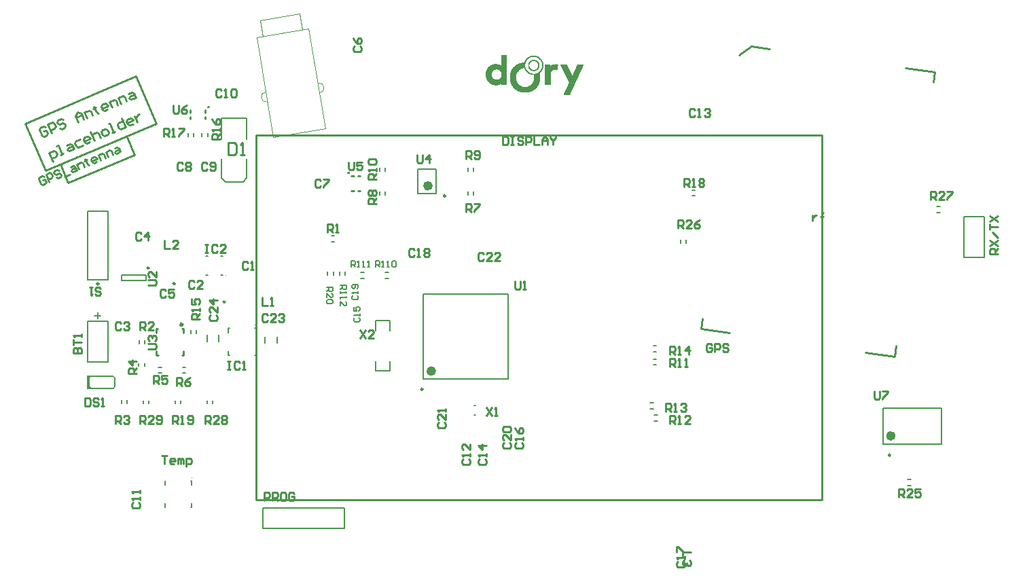
<source format=gto>
%FSLAX44Y44*%
%MOMM*%
G71*
G01*
G75*
G04 Layer_Color=65535*
%ADD10C,0.7620*%
%ADD11R,0.3000X0.4900*%
%ADD12R,0.3000X0.5200*%
%ADD13R,0.4900X0.3000*%
%ADD14R,0.5200X0.3000*%
%ADD15R,0.7000X0.9000*%
%ADD16R,1.7000X1.1000*%
%ADD17R,0.2500X0.7000*%
%ADD18R,2.3800X1.6500*%
%ADD19O,1.7500X0.3000*%
%ADD20O,0.3000X1.7500*%
G04:AMPARAMS|DCode=21|XSize=1.524mm|YSize=2.8448mm|CornerRadius=0mm|HoleSize=0mm|Usage=FLASHONLY|Rotation=82.000|XOffset=0mm|YOffset=0mm|HoleType=Round|Shape=Rectangle|*
%AMROTATEDRECTD21*
4,1,4,1.3025,-0.9525,-1.5146,-0.5566,-1.3025,0.9525,1.5146,0.5566,1.3025,-0.9525,0.0*
%
%ADD21ROTATEDRECTD21*%

G04:AMPARAMS|DCode=22|XSize=1.524mm|YSize=2.8448mm|CornerRadius=0mm|HoleSize=0mm|Usage=FLASHONLY|Rotation=352.000|XOffset=0mm|YOffset=0mm|HoleType=Round|Shape=Rectangle|*
%AMROTATEDRECTD22*
4,1,4,-0.9525,-1.3025,-0.5566,1.5146,0.9525,1.3025,0.5566,-1.5146,-0.9525,-1.3025,0.0*
%
%ADD22ROTATEDRECTD22*%

%ADD23R,2.0000X0.4000*%
%ADD24O,1.3500X0.4500*%
%ADD25O,0.7000X2.0000*%
%ADD26R,0.8500X0.7000*%
%ADD27R,0.9000X0.8000*%
%ADD28R,0.4500X0.8500*%
%ADD29R,2.4000X1.5000*%
%ADD30R,0.7000X0.3000*%
%ADD31R,1.0000X1.6000*%
%ADD32O,0.2800X0.8500*%
%ADD33R,2.4000X1.6500*%
%ADD34C,0.4000*%
%ADD35R,0.9000X0.7000*%
%ADD36R,0.5500X0.9500*%
%ADD37R,0.7000X1.4000*%
%ADD38R,1.0000X1.0000*%
%ADD39R,0.8000X0.9000*%
%ADD40R,2.3000X2.3000*%
G04:AMPARAMS|DCode=41|XSize=2mm|YSize=1.75mm|CornerRadius=0mm|HoleSize=0mm|Usage=FLASHONLY|Rotation=279.640|XOffset=0mm|YOffset=0mm|HoleType=Round|Shape=Rectangle|*
%AMROTATEDRECTD41*
4,1,4,-1.0301,0.8394,0.6952,1.1324,1.0301,-0.8394,-0.6952,-1.1324,-1.0301,0.8394,0.0*
%
%ADD41ROTATEDRECTD41*%

%ADD42C,0.1905*%
%ADD43C,0.4064*%
%ADD44C,0.2032*%
%ADD45C,0.6096*%
%ADD46C,0.3048*%
%ADD47C,0.2540*%
%ADD48C,1.0160*%
%ADD49C,0.5080*%
%ADD50C,1.2700*%
%ADD51C,0.3556*%
%ADD52R,0.7000X0.2800*%
%ADD53C,2.9000*%
%ADD54C,1.5000*%
%ADD55R,1.5000X1.5000*%
%ADD56R,1.5000X1.5000*%
%ADD57C,1.5240*%
%ADD58C,1.2700*%
%ADD59R,1.2700X1.2700*%
%ADD60R,1.8500X1.8500*%
%ADD61C,1.8500*%
%ADD62C,0.6350*%
%ADD63C,0.5000*%
%ADD64C,0.9000*%
%ADD65C,0.7000*%
%ADD66C,0.6350*%
G04:AMPARAMS|DCode=67|XSize=0.65mm|YSize=1.35mm|CornerRadius=0mm|HoleSize=0mm|Usage=FLASHONLY|Rotation=13.600|XOffset=0mm|YOffset=0mm|HoleType=Round|Shape=Rectangle|*
%AMROTATEDRECTD67*
4,1,4,-0.1572,-0.7325,-0.4746,0.5797,0.1572,0.7325,0.4746,-0.5797,-0.1572,-0.7325,0.0*
%
%ADD67ROTATEDRECTD67*%

G04:AMPARAMS|DCode=68|XSize=0.4mm|YSize=1.35mm|CornerRadius=0mm|HoleSize=0mm|Usage=FLASHONLY|Rotation=13.600|XOffset=0mm|YOffset=0mm|HoleType=Round|Shape=Rectangle|*
%AMROTATEDRECTD68*
4,1,4,-0.0357,-0.7031,-0.3531,0.6090,0.0357,0.7031,0.3531,-0.6090,-0.0357,-0.7031,0.0*
%
%ADD68ROTATEDRECTD68*%

G04:AMPARAMS|DCode=69|XSize=2.51mm|YSize=1mm|CornerRadius=0mm|HoleSize=0mm|Usage=FLASHONLY|Rotation=13.600|XOffset=0mm|YOffset=0mm|HoleType=Round|Shape=Rectangle|*
%AMROTATEDRECTD69*
4,1,4,-1.1022,-0.7811,-1.3374,0.1909,1.1022,0.7811,1.3374,-0.1909,-1.1022,-0.7811,0.0*
%
%ADD69ROTATEDRECTD69*%

G04:AMPARAMS|DCode=70|XSize=1.2mm|YSize=2.1mm|CornerRadius=0mm|HoleSize=0mm|Usage=FLASHONLY|Rotation=13.600|XOffset=0mm|YOffset=0mm|HoleType=Round|Shape=Rectangle|*
%AMROTATEDRECTD70*
4,1,4,-0.3363,-1.1617,-0.8301,0.8795,0.3363,1.1617,0.8301,-0.8795,-0.3363,-1.1617,0.0*
%
%ADD70ROTATEDRECTD70*%

G04:AMPARAMS|DCode=71|XSize=1.2mm|YSize=1.55mm|CornerRadius=0mm|HoleSize=0mm|Usage=FLASHONLY|Rotation=13.600|XOffset=0mm|YOffset=0mm|HoleType=Round|Shape=Rectangle|*
%AMROTATEDRECTD71*
4,1,4,-0.4009,-0.8943,-0.7654,0.6122,0.4009,0.8943,0.7654,-0.6122,-0.4009,-0.8943,0.0*
%
%ADD71ROTATEDRECTD71*%

G04:AMPARAMS|DCode=72|XSize=0.775mm|YSize=1.15mm|CornerRadius=0mm|HoleSize=0mm|Usage=FLASHONLY|Rotation=13.600|XOffset=0mm|YOffset=0mm|HoleType=Round|Shape=Rectangle|*
%AMROTATEDRECTD72*
4,1,4,-0.2414,-0.6500,-0.5118,0.4678,0.2414,0.6500,0.5118,-0.4678,-0.2414,-0.6500,0.0*
%
%ADD72ROTATEDRECTD72*%

G04:AMPARAMS|DCode=73|XSize=0.825mm|YSize=1.15mm|CornerRadius=0mm|HoleSize=0mm|Usage=FLASHONLY|Rotation=13.600|XOffset=0mm|YOffset=0mm|HoleType=Round|Shape=Rectangle|*
%AMROTATEDRECTD73*
4,1,4,-0.2657,-0.6559,-0.5361,0.4619,0.2657,0.6559,0.5361,-0.4619,-0.2657,-0.6559,0.0*
%
%ADD73ROTATEDRECTD73*%

%ADD74C,0.3000*%
%ADD75C,0.1000*%
%ADD76C,0.6000*%
%ADD77C,0.2500*%
%ADD78C,0.0000*%
%ADD79C,0.2000*%
%ADD80C,0.0127*%
%ADD81C,0.1500*%
%ADD82R,0.6502X0.1854*%
%ADD83R,0.5842X0.1651*%
%ADD84R,0.4572X1.7018*%
D44*
X-528559Y-75438D02*
G03*
X-530718Y-73279I-2159J0D01*
G01*
Y-88265D02*
G03*
X-528559Y-86106I0J2159D01*
G01*
X-558434Y-73279D02*
G03*
X-560593Y-75438I0J-2159D01*
G01*
Y-86106D02*
G03*
X-558434Y-88265I2159J0D01*
G01*
X-528559Y-86106D02*
Y-75438D01*
X-558434Y-73279D02*
X-530718D01*
X-560593Y-86106D02*
Y-75438D01*
X-558434Y-88265D02*
X-530718D01*
X-247500Y40000D02*
X-239883D01*
Y36191D01*
X-241152Y34922D01*
X-243691D01*
X-244961Y36191D01*
Y40000D01*
Y37461D02*
X-247500Y34922D01*
Y32383D02*
Y29843D01*
Y31113D01*
X-239883D01*
X-241152Y32383D01*
X-247500Y26035D02*
Y23495D01*
Y24765D01*
X-239883D01*
X-241152Y26035D01*
X-247500Y14608D02*
Y19687D01*
X-242422Y14608D01*
X-241152D01*
X-239883Y15878D01*
Y18417D01*
X-241152Y19687D01*
X-234000Y62980D02*
Y70598D01*
X-230191D01*
X-228922Y69328D01*
Y66789D01*
X-230191Y65519D01*
X-234000D01*
X-231461D02*
X-228922Y62980D01*
X-226383D02*
X-223843D01*
X-225113D01*
Y70598D01*
X-226383Y69328D01*
X-220035Y62980D02*
X-217495D01*
X-218765D01*
Y70598D01*
X-220035Y69328D01*
X-213687Y62980D02*
X-211147D01*
X-212417D01*
Y70598D01*
X-213687Y69328D01*
X-229868Y-510D02*
X-231138Y-1779D01*
Y-4318D01*
X-229868Y-5588D01*
X-224790D01*
X-223520Y-4318D01*
Y-1779D01*
X-224790Y-510D01*
X-223520Y2030D02*
Y4569D01*
Y3299D01*
X-231138D01*
X-229868Y2030D01*
X-231138Y13456D02*
Y8377D01*
X-227329D01*
X-228598Y10917D01*
Y12186D01*
X-227329Y13456D01*
X-224790D01*
X-223520Y12186D01*
Y9647D01*
X-224790Y8377D01*
X-231828Y27198D02*
X-233098Y25929D01*
Y23390D01*
X-231828Y22120D01*
X-226750D01*
X-225480Y23390D01*
Y25929D01*
X-226750Y27198D01*
X-225480Y29738D02*
Y32277D01*
Y31007D01*
X-233098D01*
X-231828Y29738D01*
X-226750Y36086D02*
X-225480Y37355D01*
Y39894D01*
X-226750Y41164D01*
X-231828D01*
X-233098Y39894D01*
Y37355D01*
X-231828Y36086D01*
X-230558D01*
X-229289Y37355D01*
Y41164D01*
X-203520Y62980D02*
Y70598D01*
X-199711D01*
X-198442Y69328D01*
Y66789D01*
X-199711Y65519D01*
X-203520D01*
X-200981D02*
X-198442Y62980D01*
X-195903D02*
X-193363D01*
X-194633D01*
Y70598D01*
X-195903Y69328D01*
X-189555Y62980D02*
X-187015D01*
X-188285D01*
Y70598D01*
X-189555Y69328D01*
X-183207D02*
X-181937Y70598D01*
X-179398D01*
X-178128Y69328D01*
Y64250D01*
X-179398Y62980D01*
X-181937D01*
X-183207Y64250D01*
Y69328D01*
X-265000Y37500D02*
X-257383D01*
Y33691D01*
X-258652Y32422D01*
X-261191D01*
X-262461Y33691D01*
Y37500D01*
Y34961D02*
X-265000Y32422D01*
Y24804D02*
Y29883D01*
X-259922Y24804D01*
X-258652D01*
X-257383Y26074D01*
Y28613D01*
X-258652Y29883D01*
Y22265D02*
X-257383Y20995D01*
Y18456D01*
X-258652Y17187D01*
X-263730D01*
X-265000Y18456D01*
Y20995D01*
X-263730Y22265D01*
X-258652D01*
D46*
X-444285Y-8890D02*
G03*
X-444285Y-8890I-1485J0D01*
G01*
D47*
X-434820Y255552D02*
Y258600D01*
Y247424D02*
Y250472D01*
X-416532Y247424D02*
Y250472D01*
Y255298D02*
Y258346D01*
X-234188Y157988D02*
X-231140D01*
X-226060D02*
X-223012D01*
X-226060Y176276D02*
X-223012D01*
X-233934D02*
X-230886D01*
X-476250Y-46990D02*
X-474472D01*
X-477012D02*
Y-41910D01*
Y-19050D02*
Y-13970D01*
X-475234D01*
X-445008Y-46736D02*
X-443230D01*
Y-41656D01*
Y-19050D02*
Y-13970D01*
X-445008D02*
X-443230D01*
X491261Y292923D02*
X493100Y306003D01*
X456880Y311093D02*
X493100Y306003D01*
X407072Y-43310D02*
X443292Y-48400D01*
X445130Y-35321D01*
X264209Y338171D02*
X287601Y334884D01*
X249578Y327146D02*
X264209Y338171D01*
X249543Y326894D02*
X249578Y327146D01*
X201573Y-14429D02*
X203411Y-1350D01*
X201573Y-14429D02*
X237793Y-19519D01*
X352425Y-227330D02*
Y227330D01*
X-352425D02*
X352425D01*
X-352425Y-227330D02*
Y227330D01*
Y-227330D02*
X352425D01*
X-513592Y225055D02*
X-504214Y202963D01*
X-596828Y190810D02*
X-587060Y167797D01*
X-504214Y202963D01*
X-640245Y241908D02*
X-502169Y300517D01*
X-477162Y241605D01*
X-640245Y241908D02*
X-615238Y182995D01*
X-477162Y241605D01*
X-452120Y-85090D02*
Y-74933D01*
X-447042D01*
X-445349Y-76626D01*
Y-80012D01*
X-447042Y-81704D01*
X-452120D01*
X-448734D02*
X-445349Y-85090D01*
X-435192Y-74933D02*
X-438578Y-76626D01*
X-441963Y-80012D01*
Y-83397D01*
X-440271Y-85090D01*
X-436885D01*
X-435192Y-83397D01*
Y-81704D01*
X-436885Y-80012D01*
X-441963D01*
X-387500Y217735D02*
Y202500D01*
X-379883D01*
X-377343Y205039D01*
Y215196D01*
X-379883Y217735D01*
X-387500D01*
X-372265Y202500D02*
X-367187D01*
X-369726D01*
Y217735D01*
X-372265Y215196D01*
X-565912Y-100079D02*
Y-110236D01*
X-560834D01*
X-559141Y-108543D01*
Y-101772D01*
X-560834Y-100079D01*
X-565912D01*
X-548984Y-101772D02*
X-550677Y-100079D01*
X-554062D01*
X-555755Y-101772D01*
Y-103465D01*
X-554062Y-105158D01*
X-550677D01*
X-548984Y-106851D01*
Y-108543D01*
X-550677Y-110236D01*
X-554062D01*
X-555755Y-108543D01*
X-545599Y-110236D02*
X-542213D01*
X-543906D01*
Y-100079D01*
X-545599Y-101772D01*
X-553051Y28948D02*
X-551358Y27255D01*
X-547973D01*
X-546280Y28948D01*
Y30641D01*
X-547973Y32334D01*
X-551358D01*
X-553051Y34026D01*
Y35719D01*
X-551358Y37412D01*
X-547973D01*
X-546280Y35719D01*
X-556437Y37412D02*
X-559822D01*
X-558130D01*
Y27255D01*
X-556437Y28948D01*
X-580133Y-44196D02*
X-569976D01*
Y-39118D01*
X-571669Y-37425D01*
X-573362D01*
X-575054Y-39118D01*
Y-44196D01*
Y-39118D01*
X-576747Y-37425D01*
X-578440D01*
X-580133Y-39118D01*
Y-44196D01*
Y-34039D02*
Y-27268D01*
Y-30654D01*
X-569976D01*
Y-23883D02*
Y-20497D01*
Y-22190D01*
X-580133D01*
X-578440Y-23883D01*
X-66040Y-112271D02*
X-59269Y-122428D01*
Y-112271D02*
X-66040Y-122428D01*
X-55883D02*
X-52498D01*
X-54191D01*
Y-112271D01*
X-55883Y-113964D01*
X-487677Y40132D02*
X-479213D01*
X-477520Y41825D01*
Y45210D01*
X-479213Y46903D01*
X-487677D01*
X-477520Y57060D02*
Y50289D01*
X-484291Y57060D01*
X-485984D01*
X-487677Y55367D01*
Y51982D01*
X-485984Y50289D01*
X-467360Y96009D02*
Y85852D01*
X-460589D01*
X-450432D02*
X-457203D01*
X-450432Y92623D01*
Y94316D01*
X-452125Y96009D01*
X-455510D01*
X-457203Y94316D01*
X-388620Y-54613D02*
X-385234D01*
X-386927D01*
Y-64770D01*
X-388620D01*
X-385234D01*
X-373385Y-56306D02*
X-375078Y-54613D01*
X-378463D01*
X-380156Y-56306D01*
Y-63077D01*
X-378463Y-64770D01*
X-375078D01*
X-373385Y-63077D01*
X-369999Y-64770D02*
X-366614D01*
X-368307D01*
Y-54613D01*
X-369999Y-56306D01*
X-416560Y90929D02*
X-413175D01*
X-414867D01*
Y80772D01*
X-416560D01*
X-413175D01*
X-401325Y89236D02*
X-403018Y90929D01*
X-406403D01*
X-408096Y89236D01*
Y82465D01*
X-406403Y80772D01*
X-403018D01*
X-401325Y82465D01*
X-391168Y80772D02*
X-397939D01*
X-391168Y87543D01*
Y89236D01*
X-392861Y90929D01*
X-396247D01*
X-397939Y89236D01*
X-470408Y-172215D02*
X-463637D01*
X-467023D01*
Y-182372D01*
X-455173D02*
X-458559D01*
X-460251Y-180679D01*
Y-177294D01*
X-458559Y-175601D01*
X-455173D01*
X-453480Y-177294D01*
Y-178986D01*
X-460251D01*
X-450095Y-182372D02*
Y-175601D01*
X-448402D01*
X-446709Y-177294D01*
Y-182372D01*
Y-177294D01*
X-445016Y-175601D01*
X-443324Y-177294D01*
Y-182372D01*
X-439938Y-185758D02*
Y-175601D01*
X-434860D01*
X-433167Y-177294D01*
Y-180679D01*
X-434860Y-182372D01*
X-439938D01*
X-362799Y68154D02*
X-364492Y69847D01*
X-367877D01*
X-369570Y68154D01*
Y61383D01*
X-367877Y59690D01*
X-364492D01*
X-362799Y61383D01*
X-359413Y59690D02*
X-356028D01*
X-357720D01*
Y69847D01*
X-359413Y68154D01*
X-430109Y44024D02*
X-431802Y45717D01*
X-435187D01*
X-436880Y44024D01*
Y37253D01*
X-435187Y35560D01*
X-431802D01*
X-430109Y37253D01*
X-419952Y35560D02*
X-426723D01*
X-419952Y42331D01*
Y44024D01*
X-421645Y45717D01*
X-425031D01*
X-426723Y44024D01*
X-521549Y-7284D02*
X-523242Y-5591D01*
X-526627D01*
X-528320Y-7284D01*
Y-14055D01*
X-526627Y-15748D01*
X-523242D01*
X-521549Y-14055D01*
X-518163Y-7284D02*
X-516470Y-5591D01*
X-513085D01*
X-511392Y-7284D01*
Y-8977D01*
X-513085Y-10670D01*
X-514778D01*
X-513085D01*
X-511392Y-12363D01*
Y-14055D01*
X-513085Y-15748D01*
X-516470D01*
X-518163Y-14055D01*
X-496149Y104476D02*
X-497842Y106169D01*
X-501227D01*
X-502920Y104476D01*
Y97705D01*
X-501227Y96012D01*
X-497842D01*
X-496149Y97705D01*
X-487685Y96012D02*
Y106169D01*
X-492763Y101090D01*
X-485992D01*
X-230044Y338491D02*
X-231737Y336798D01*
Y333413D01*
X-230044Y331720D01*
X-223273D01*
X-221580Y333413D01*
Y336798D01*
X-223273Y338491D01*
X-231737Y348648D02*
X-230044Y345262D01*
X-226658Y341877D01*
X-223273D01*
X-221580Y343569D01*
Y346955D01*
X-223273Y348648D01*
X-224966D01*
X-226658Y346955D01*
Y341877D01*
X-272629Y170516D02*
X-274322Y172209D01*
X-277707D01*
X-279400Y170516D01*
Y163745D01*
X-277707Y162052D01*
X-274322D01*
X-272629Y163745D01*
X-269243Y172209D02*
X-262472D01*
Y170516D01*
X-269243Y163745D01*
Y162052D01*
X-444305Y191372D02*
X-445998Y193065D01*
X-449383D01*
X-451076Y191372D01*
Y184601D01*
X-449383Y182908D01*
X-445998D01*
X-444305Y184601D01*
X-440919Y191372D02*
X-439226Y193065D01*
X-435841D01*
X-434148Y191372D01*
Y189679D01*
X-435841Y187986D01*
X-434148Y186294D01*
Y184601D01*
X-435841Y182908D01*
X-439226D01*
X-440919Y184601D01*
Y186294D01*
X-439226Y187986D01*
X-440919Y189679D01*
Y191372D01*
X-439226Y187986D02*
X-435841D01*
X-413825Y191372D02*
X-415518Y193065D01*
X-418903D01*
X-420596Y191372D01*
Y184601D01*
X-418903Y182908D01*
X-415518D01*
X-413825Y184601D01*
X-410439D02*
X-408746Y182908D01*
X-405361D01*
X-403668Y184601D01*
Y191372D01*
X-405361Y193065D01*
X-408746D01*
X-410439Y191372D01*
Y189679D01*
X-408746Y187986D01*
X-403668D01*
X-395729Y283464D02*
X-397422Y285157D01*
X-400807D01*
X-402500Y283464D01*
Y276693D01*
X-400807Y275000D01*
X-397422D01*
X-395729Y276693D01*
X-392343Y275000D02*
X-388958D01*
X-390650D01*
Y285157D01*
X-392343Y283464D01*
X-383879D02*
X-382187Y285157D01*
X-378801D01*
X-377108Y283464D01*
Y276693D01*
X-378801Y275000D01*
X-382187D01*
X-383879Y276693D01*
Y283464D01*
X-506304Y-230465D02*
X-507997Y-232158D01*
Y-235543D01*
X-506304Y-237236D01*
X-499533D01*
X-497840Y-235543D01*
Y-232158D01*
X-499533Y-230465D01*
X-497840Y-227079D02*
Y-223694D01*
Y-225387D01*
X-507997D01*
X-506304Y-227079D01*
X-497840Y-218615D02*
Y-215230D01*
Y-216923D01*
X-507997D01*
X-506304Y-218615D01*
X-94824Y-176617D02*
X-96517Y-178310D01*
Y-181695D01*
X-94824Y-183388D01*
X-88053D01*
X-86360Y-181695D01*
Y-178310D01*
X-88053Y-176617D01*
X-86360Y-173231D02*
Y-169846D01*
Y-171539D01*
X-96517D01*
X-94824Y-173231D01*
X-86360Y-157996D02*
Y-164767D01*
X-93131Y-157996D01*
X-94824D01*
X-96517Y-159689D01*
Y-163075D01*
X-94824Y-164767D01*
X194111Y258236D02*
X192418Y259929D01*
X189033D01*
X187340Y258236D01*
Y251465D01*
X189033Y249772D01*
X192418D01*
X194111Y251465D01*
X197497Y249772D02*
X200882D01*
X199189D01*
Y259929D01*
X197497Y258236D01*
X205961D02*
X207654Y259929D01*
X211039D01*
X212732Y258236D01*
Y256543D01*
X211039Y254850D01*
X209346D01*
X211039D01*
X212732Y253158D01*
Y251465D01*
X211039Y249772D01*
X207654D01*
X205961Y251465D01*
X-74504Y-176617D02*
X-76197Y-178310D01*
Y-181695D01*
X-74504Y-183388D01*
X-67733D01*
X-66040Y-181695D01*
Y-178310D01*
X-67733Y-176617D01*
X-66040Y-173231D02*
Y-169846D01*
Y-171539D01*
X-76197D01*
X-74504Y-173231D01*
X-66040Y-159689D02*
X-76197D01*
X-71118Y-164767D01*
Y-157996D01*
X-28784Y-156297D02*
X-30477Y-157990D01*
Y-161375D01*
X-28784Y-163068D01*
X-22013D01*
X-20320Y-161375D01*
Y-157990D01*
X-22013Y-156297D01*
X-20320Y-152911D02*
Y-149526D01*
Y-151219D01*
X-30477D01*
X-28784Y-152911D01*
X-30477Y-137676D02*
X-28784Y-141062D01*
X-25398Y-144447D01*
X-22013D01*
X-20320Y-142755D01*
Y-139369D01*
X-22013Y-137676D01*
X-23706D01*
X-25398Y-139369D01*
Y-144447D01*
X173186Y-304539D02*
X171493Y-306232D01*
Y-309617D01*
X173186Y-311310D01*
X179957D01*
X181650Y-309617D01*
Y-306232D01*
X179957Y-304539D01*
X181650Y-301153D02*
Y-297768D01*
Y-299461D01*
X171493D01*
X173186Y-301153D01*
X171493Y-292689D02*
Y-285918D01*
X173186D01*
X179957Y-292689D01*
X181650D01*
X-155789Y84156D02*
X-157482Y85849D01*
X-160867D01*
X-162560Y84156D01*
Y77385D01*
X-160867Y75692D01*
X-157482D01*
X-155789Y77385D01*
X-152403Y75692D02*
X-149018D01*
X-150710D01*
Y85849D01*
X-152403Y84156D01*
X-143939D02*
X-142247Y85849D01*
X-138861D01*
X-137168Y84156D01*
Y82463D01*
X-138861Y80770D01*
X-137168Y79078D01*
Y77385D01*
X-138861Y75692D01*
X-142247D01*
X-143939Y77385D01*
Y79078D01*
X-142247Y80770D01*
X-143939Y82463D01*
Y84156D01*
X-142247Y80770D02*
X-138861D01*
X-44024Y-156297D02*
X-45717Y-157990D01*
Y-161375D01*
X-44024Y-163068D01*
X-37253D01*
X-35560Y-161375D01*
Y-157990D01*
X-37253Y-156297D01*
X-35560Y-146140D02*
Y-152911D01*
X-42331Y-146140D01*
X-44024D01*
X-45717Y-147833D01*
Y-151219D01*
X-44024Y-152911D01*
Y-142755D02*
X-45717Y-141062D01*
Y-137676D01*
X-44024Y-135983D01*
X-37253D01*
X-35560Y-137676D01*
Y-141062D01*
X-37253Y-142755D01*
X-44024D01*
X-125304Y-130897D02*
X-126997Y-132590D01*
Y-135975D01*
X-125304Y-137668D01*
X-118533D01*
X-116840Y-135975D01*
Y-132590D01*
X-118533Y-130897D01*
X-116840Y-120740D02*
Y-127511D01*
X-123611Y-120740D01*
X-125304D01*
X-126997Y-122433D01*
Y-125819D01*
X-125304Y-127511D01*
X-116840Y-117355D02*
Y-113969D01*
Y-115662D01*
X-126997D01*
X-125304Y-117355D01*
X-69429Y79076D02*
X-71122Y80769D01*
X-74507D01*
X-76200Y79076D01*
Y72305D01*
X-74507Y70612D01*
X-71122D01*
X-69429Y72305D01*
X-59272Y70612D02*
X-66043D01*
X-59272Y77383D01*
Y79076D01*
X-60965Y80769D01*
X-64351D01*
X-66043Y79076D01*
X-49116Y70612D02*
X-55887D01*
X-49116Y77383D01*
Y79076D01*
X-50808Y80769D01*
X-54194D01*
X-55887Y79076D01*
X-45000Y225157D02*
Y215000D01*
X-39922D01*
X-38229Y216693D01*
Y223464D01*
X-39922Y225157D01*
X-45000D01*
X-34843D02*
X-31458D01*
X-33151D01*
Y215000D01*
X-34843D01*
X-31458D01*
X-19608Y223464D02*
X-21301Y225157D01*
X-24687D01*
X-26379Y223464D01*
Y221771D01*
X-24687Y220078D01*
X-21301D01*
X-19608Y218386D01*
Y216693D01*
X-21301Y215000D01*
X-24687D01*
X-26379Y216693D01*
X-16223Y215000D02*
Y225157D01*
X-11144D01*
X-9452Y223464D01*
Y220078D01*
X-11144Y218386D01*
X-16223D01*
X-6066Y225157D02*
Y215000D01*
X705D01*
X4091D02*
Y221771D01*
X7476Y225157D01*
X10862Y221771D01*
Y215000D01*
Y220078D01*
X4091D01*
X14247Y225157D02*
Y223464D01*
X17633Y220078D01*
X21019Y223464D01*
Y225157D01*
X17633Y220078D02*
Y215000D01*
X189507Y-292460D02*
X179350D01*
Y-299231D01*
X187814Y-302617D02*
X189507Y-304310D01*
Y-307695D01*
X187814Y-309388D01*
X186121D01*
X184428Y-307695D01*
Y-306002D01*
Y-307695D01*
X182736Y-309388D01*
X181043D01*
X179350Y-307695D01*
Y-304310D01*
X181043Y-302617D01*
X417440Y-91951D02*
Y-100415D01*
X419133Y-102108D01*
X422518D01*
X424211Y-100415D01*
Y-91951D01*
X427597D02*
X434368D01*
Y-93644D01*
X427597Y-100415D01*
Y-102108D01*
X215021Y-34166D02*
X213328Y-32473D01*
X209943D01*
X208250Y-34166D01*
Y-40937D01*
X209943Y-42630D01*
X213328D01*
X215021Y-40937D01*
Y-37552D01*
X211636D01*
X218407Y-42630D02*
Y-32473D01*
X223485D01*
X225178Y-34166D01*
Y-37552D01*
X223485Y-39244D01*
X218407D01*
X235335Y-34166D02*
X233642Y-32473D01*
X230256D01*
X228563Y-34166D01*
Y-35859D01*
X230256Y-37552D01*
X233642D01*
X235335Y-39244D01*
Y-40937D01*
X233642Y-42630D01*
X230256D01*
X228563Y-40937D01*
X-345440Y24889D02*
Y14732D01*
X-338669D01*
X-335283D02*
X-331898D01*
X-333591D01*
Y24889D01*
X-335283Y23196D01*
X-152400Y202689D02*
Y194225D01*
X-150707Y192532D01*
X-147322D01*
X-145629Y194225D01*
Y202689D01*
X-137165Y192532D02*
Y202689D01*
X-142243Y197610D01*
X-135472D01*
X-342460Y-228638D02*
Y-218481D01*
X-337382D01*
X-335689Y-220174D01*
Y-223559D01*
X-337382Y-225252D01*
X-342460D01*
X-332303Y-228638D02*
Y-218481D01*
X-327225D01*
X-325532Y-220174D01*
Y-223559D01*
X-327225Y-225252D01*
X-332303D01*
X-328918D02*
X-325532Y-228638D01*
X-317068Y-218481D02*
X-320454D01*
X-322147Y-220174D01*
Y-226945D01*
X-320454Y-228638D01*
X-317068D01*
X-315375Y-226945D01*
Y-220174D01*
X-317068Y-218481D01*
X-305219Y-220174D02*
X-306912Y-218481D01*
X-310297D01*
X-311990Y-220174D01*
Y-226945D01*
X-310297Y-228638D01*
X-306912D01*
X-305219Y-226945D01*
Y-223559D01*
X-308604D01*
X-223520Y-15751D02*
X-216749Y-25908D01*
Y-15751D02*
X-223520Y-25908D01*
X-206592D02*
X-213363D01*
X-206592Y-19137D01*
Y-17444D01*
X-208285Y-15751D01*
X-211670D01*
X-213363Y-17444D01*
X-264160Y106172D02*
Y116329D01*
X-259082D01*
X-257389Y114636D01*
Y111250D01*
X-259082Y109558D01*
X-264160D01*
X-260774D02*
X-257389Y106172D01*
X-254003D02*
X-250618D01*
X-252311D01*
Y116329D01*
X-254003Y114636D01*
X-528320Y-132588D02*
Y-122431D01*
X-523242D01*
X-521549Y-124124D01*
Y-127510D01*
X-523242Y-129202D01*
X-528320D01*
X-524935D02*
X-521549Y-132588D01*
X-518163Y-124124D02*
X-516470Y-122431D01*
X-513085D01*
X-511392Y-124124D01*
Y-125817D01*
X-513085Y-127510D01*
X-514778D01*
X-513085D01*
X-511392Y-129202D01*
Y-130895D01*
X-513085Y-132588D01*
X-516470D01*
X-518163Y-130895D01*
X-91440Y131572D02*
Y141729D01*
X-86362D01*
X-84669Y140036D01*
Y136650D01*
X-86362Y134958D01*
X-91440D01*
X-88055D02*
X-84669Y131572D01*
X-81283Y141729D02*
X-74512D01*
Y140036D01*
X-81283Y133265D01*
Y131572D01*
X-203200Y141732D02*
X-213357D01*
Y146810D01*
X-211664Y148503D01*
X-208278D01*
X-206586Y146810D01*
Y141732D01*
Y145118D02*
X-203200Y148503D01*
X-211664Y151889D02*
X-213357Y153581D01*
Y156967D01*
X-211664Y158660D01*
X-209971D01*
X-208278Y156967D01*
X-206586Y158660D01*
X-204893D01*
X-203200Y156967D01*
Y153581D01*
X-204893Y151889D01*
X-206586D01*
X-208278Y153581D01*
X-209971Y151889D01*
X-211664D01*
X-208278Y153581D02*
Y156967D01*
X-91440Y197612D02*
Y207769D01*
X-86362D01*
X-84669Y206076D01*
Y202690D01*
X-86362Y200998D01*
X-91440D01*
X-88055D02*
X-84669Y197612D01*
X-81283Y199305D02*
X-79591Y197612D01*
X-76205D01*
X-74512Y199305D01*
Y206076D01*
X-76205Y207769D01*
X-79591D01*
X-81283Y206076D01*
Y204383D01*
X-79591Y202690D01*
X-74512D01*
X-203200Y172212D02*
X-213357D01*
Y177290D01*
X-211664Y178983D01*
X-208278D01*
X-206586Y177290D01*
Y172212D01*
Y175597D02*
X-203200Y178983D01*
Y182369D02*
Y185754D01*
Y184062D01*
X-213357D01*
X-211664Y182369D01*
Y190833D02*
X-213357Y192525D01*
Y195911D01*
X-211664Y197604D01*
X-204893D01*
X-203200Y195911D01*
Y192525D01*
X-204893Y190833D01*
X-211664D01*
X-397500Y222500D02*
X-407657D01*
Y227578D01*
X-405964Y229271D01*
X-402578D01*
X-400886Y227578D01*
Y222500D01*
Y225886D02*
X-397500Y229271D01*
Y232657D02*
Y236042D01*
Y234349D01*
X-407657D01*
X-405964Y232657D01*
X-407657Y247892D02*
X-405964Y244506D01*
X-402578Y241121D01*
X-399193D01*
X-397500Y242813D01*
Y246199D01*
X-399193Y247892D01*
X-400886D01*
X-402578Y246199D01*
Y241121D01*
X-467500Y225412D02*
Y235569D01*
X-462422D01*
X-460729Y233876D01*
Y230490D01*
X-462422Y228797D01*
X-467500D01*
X-464114D02*
X-460729Y225412D01*
X-457343D02*
X-453958D01*
X-455650D01*
Y235569D01*
X-457343Y233876D01*
X-448879Y235569D02*
X-442108D01*
Y233876D01*
X-448879Y227105D01*
Y225412D01*
X180300Y162800D02*
Y172957D01*
X185378D01*
X187071Y171264D01*
Y167878D01*
X185378Y166186D01*
X180300D01*
X183686D02*
X187071Y162800D01*
X190457D02*
X193842D01*
X192150D01*
Y172957D01*
X190457Y171264D01*
X198921D02*
X200613Y172957D01*
X203999D01*
X205692Y171264D01*
Y169571D01*
X203999Y167878D01*
X205692Y166186D01*
Y164493D01*
X203999Y162800D01*
X200613D01*
X198921Y164493D01*
Y166186D01*
X200613Y167878D01*
X198921Y169571D01*
Y171264D01*
X200613Y167878D02*
X203999D01*
X447920Y-224028D02*
Y-213871D01*
X452998D01*
X454691Y-215564D01*
Y-218950D01*
X452998Y-220643D01*
X447920D01*
X451306D02*
X454691Y-224028D01*
X464848D02*
X458077D01*
X464848Y-217257D01*
Y-215564D01*
X463155Y-213871D01*
X459770D01*
X458077Y-215564D01*
X475005Y-213871D02*
X468233D01*
Y-218950D01*
X471619Y-217257D01*
X473312D01*
X475005Y-218950D01*
Y-222335D01*
X473312Y-224028D01*
X469926D01*
X468233Y-222335D01*
X172720Y111252D02*
Y121409D01*
X177798D01*
X179491Y119716D01*
Y116330D01*
X177798Y114637D01*
X172720D01*
X176105D02*
X179491Y111252D01*
X189648D02*
X182877D01*
X189648Y118023D01*
Y119716D01*
X187955Y121409D01*
X184569D01*
X182877Y119716D01*
X199804Y121409D02*
X196419Y119716D01*
X193033Y116330D01*
Y112945D01*
X194726Y111252D01*
X198112D01*
X199804Y112945D01*
Y114637D01*
X198112Y116330D01*
X193033D01*
X487680Y146812D02*
Y156969D01*
X492758D01*
X494451Y155276D01*
Y151890D01*
X492758Y150197D01*
X487680D01*
X491065D02*
X494451Y146812D01*
X504608D02*
X497837D01*
X504608Y153583D01*
Y155276D01*
X502915Y156969D01*
X499529D01*
X497837Y155276D01*
X507993Y156969D02*
X514765D01*
Y155276D01*
X507993Y148505D01*
Y146812D01*
X340360Y127101D02*
Y120330D01*
Y123716D01*
X342053Y125408D01*
X343745Y127101D01*
X345438D01*
X352210Y120330D02*
Y128794D01*
Y125408D01*
X350517D01*
X353902D01*
X352210D01*
Y128794D01*
X353902Y130487D01*
X571460Y78780D02*
X561303D01*
Y83858D01*
X562996Y85551D01*
X566382D01*
X568074Y83858D01*
Y78780D01*
Y82166D02*
X571460Y85551D01*
X561303Y88937D02*
X571460Y95708D01*
X561303D02*
X571460Y88937D01*
Y99094D02*
X564689Y105865D01*
X561303Y109250D02*
Y116021D01*
Y112636D01*
X571460D01*
X561303Y119407D02*
X571460Y126178D01*
X561303D02*
X571460Y119407D01*
X-30480Y45209D02*
Y36745D01*
X-28787Y35052D01*
X-25402D01*
X-23709Y36745D01*
Y45209D01*
X-20323Y35052D02*
X-16938D01*
X-18630D01*
Y45209D01*
X-20323Y43516D01*
X-465669Y33356D02*
X-467362Y35049D01*
X-470747D01*
X-472440Y33356D01*
Y26585D01*
X-470747Y24892D01*
X-467362D01*
X-465669Y26585D01*
X-455512Y35049D02*
X-462283D01*
Y29970D01*
X-458898Y31663D01*
X-457205D01*
X-455512Y29970D01*
Y26585D01*
X-457205Y24892D01*
X-460591D01*
X-462283Y26585D01*
X-497840Y-15748D02*
Y-5591D01*
X-492762D01*
X-491069Y-7284D01*
Y-10670D01*
X-492762Y-12363D01*
X-497840D01*
X-494454D02*
X-491069Y-15748D01*
X-480912D02*
X-487683D01*
X-480912Y-8977D01*
Y-7284D01*
X-482605Y-5591D01*
X-485990D01*
X-487683Y-7284D01*
X-501904Y-69596D02*
X-512061D01*
Y-64518D01*
X-510368Y-62825D01*
X-506982D01*
X-505290Y-64518D01*
Y-69596D01*
Y-66210D02*
X-501904Y-62825D01*
Y-54361D02*
X-512061D01*
X-506982Y-59439D01*
Y-52668D01*
X-480568Y-82804D02*
Y-72647D01*
X-475490D01*
X-473797Y-74340D01*
Y-77726D01*
X-475490Y-79419D01*
X-480568D01*
X-477183D02*
X-473797Y-82804D01*
X-463640Y-72647D02*
X-470411D01*
Y-77726D01*
X-467026Y-76033D01*
X-465333D01*
X-463640Y-77726D01*
Y-81111D01*
X-465333Y-82804D01*
X-468718D01*
X-470411Y-81111D01*
X-487677Y-39370D02*
X-479213D01*
X-477520Y-37677D01*
Y-34292D01*
X-479213Y-32599D01*
X-487677D01*
X-485984Y-29213D02*
X-487677Y-27520D01*
Y-24135D01*
X-485984Y-22442D01*
X-484291D01*
X-482598Y-24135D01*
Y-25828D01*
Y-24135D01*
X-480906Y-22442D01*
X-479213D01*
X-477520Y-24135D01*
Y-27520D01*
X-479213Y-29213D01*
X-617074Y175437D02*
X-619294Y176334D01*
X-622410Y175011D01*
X-623307Y172791D01*
X-620661Y166558D01*
X-618442Y165661D01*
X-615325Y166984D01*
X-614429Y169204D01*
X-615751Y172320D01*
X-618868Y170998D01*
X-610651Y168969D02*
X-614619Y178318D01*
X-609945Y180302D01*
X-607725Y179405D01*
X-606402Y176289D01*
X-607299Y174069D01*
X-611973Y172085D01*
X-598376Y183374D02*
X-600595Y184271D01*
X-603712Y182948D01*
X-604608Y180728D01*
X-603947Y179170D01*
X-601727Y178273D01*
X-598611Y179596D01*
X-596391Y178699D01*
X-595730Y177141D01*
X-596627Y174921D01*
X-599743Y173598D01*
X-601963Y174495D01*
X-591291Y175347D02*
X-585058Y177993D01*
X-583690Y187768D02*
X-580574Y189091D01*
X-578354Y188195D01*
X-576370Y183520D01*
X-581045Y181536D01*
X-583264Y182432D01*
X-582367Y184652D01*
X-577693Y186636D01*
X-573253Y184843D02*
X-575899Y191076D01*
X-571225Y193060D01*
X-569005Y192163D01*
X-567021Y187488D01*
X-565653Y197264D02*
X-564992Y195706D01*
X-566550Y195044D01*
X-563433Y196367D01*
X-564992Y195706D01*
X-563007Y191031D01*
X-560788Y190134D01*
X-551438Y194103D02*
X-554555Y192780D01*
X-556774Y193677D01*
X-558097Y196793D01*
X-557201Y199013D01*
X-554084Y200336D01*
X-551864Y199439D01*
X-551203Y197880D01*
X-557436Y195235D01*
X-546764Y196087D02*
X-549409Y202320D01*
X-544735Y204304D01*
X-542515Y203407D01*
X-540531Y198733D01*
X-537414Y200056D02*
X-540060Y206288D01*
X-535385Y208273D01*
X-533166Y207376D01*
X-531181Y202701D01*
X-529153Y210918D02*
X-526036Y212241D01*
X-523816Y211344D01*
X-521832Y206670D01*
X-526507Y204685D01*
X-528727Y205582D01*
X-527830Y207802D01*
X-523155Y209786D01*
X162560Y-61468D02*
Y-51311D01*
X167638D01*
X169331Y-53004D01*
Y-56390D01*
X167638Y-58082D01*
X162560D01*
X165945D02*
X169331Y-61468D01*
X172717D02*
X176102D01*
X174410D01*
Y-51311D01*
X172717Y-53004D01*
X181181Y-61468D02*
X184566D01*
X182873D01*
Y-51311D01*
X181181Y-53004D01*
X162560Y-132588D02*
Y-122431D01*
X167638D01*
X169331Y-124124D01*
Y-127510D01*
X167638Y-129202D01*
X162560D01*
X165945D02*
X169331Y-132588D01*
X172717D02*
X176102D01*
X174410D01*
Y-122431D01*
X172717Y-124124D01*
X187952Y-132588D02*
X181181D01*
X187952Y-125817D01*
Y-124124D01*
X186259Y-122431D01*
X182873D01*
X181181Y-124124D01*
X157480Y-117348D02*
Y-107191D01*
X162558D01*
X164251Y-108884D01*
Y-112270D01*
X162558Y-113962D01*
X157480D01*
X160865D02*
X164251Y-117348D01*
X167637D02*
X171022D01*
X169329D01*
Y-107191D01*
X167637Y-108884D01*
X176101D02*
X177793Y-107191D01*
X181179D01*
X182872Y-108884D01*
Y-110577D01*
X181179Y-112270D01*
X179486D01*
X181179D01*
X182872Y-113962D01*
Y-115655D01*
X181179Y-117348D01*
X177793D01*
X176101Y-115655D01*
X162560Y-46228D02*
Y-36071D01*
X167638D01*
X169331Y-37764D01*
Y-41150D01*
X167638Y-42842D01*
X162560D01*
X165945D02*
X169331Y-46228D01*
X172717D02*
X176102D01*
X174410D01*
Y-36071D01*
X172717Y-37764D01*
X186259Y-46228D02*
Y-36071D01*
X181181Y-41150D01*
X187952D01*
X-456156Y264185D02*
Y255721D01*
X-454463Y254028D01*
X-451078D01*
X-449385Y255721D01*
Y264185D01*
X-439228D02*
X-442614Y262492D01*
X-445999Y259106D01*
Y255721D01*
X-444306Y254028D01*
X-440921D01*
X-439228Y255721D01*
Y257414D01*
X-440921Y259106D01*
X-445999D01*
X-237236Y193799D02*
Y185335D01*
X-235543Y183642D01*
X-232158D01*
X-230465Y185335D01*
Y193799D01*
X-220308D02*
X-227079D01*
Y188720D01*
X-223694Y190413D01*
X-222001D01*
X-220308Y188720D01*
Y185335D01*
X-222001Y183642D01*
X-225387D01*
X-227079Y185335D01*
X-338669Y2876D02*
X-340362Y4569D01*
X-343747D01*
X-345440Y2876D01*
Y-3895D01*
X-343747Y-5588D01*
X-340362D01*
X-338669Y-3895D01*
X-328512Y-5588D02*
X-335283D01*
X-328512Y1183D01*
Y2876D01*
X-330205Y4569D01*
X-333591D01*
X-335283Y2876D01*
X-325127D02*
X-323434Y4569D01*
X-320048D01*
X-318356Y2876D01*
Y1183D01*
X-320048Y-510D01*
X-321741D01*
X-320048D01*
X-318356Y-2202D01*
Y-3895D01*
X-320048Y-5588D01*
X-323434D01*
X-325127Y-3895D01*
X-409784Y2961D02*
X-411477Y1268D01*
Y-2117D01*
X-409784Y-3810D01*
X-403013D01*
X-401320Y-2117D01*
Y1268D01*
X-403013Y2961D01*
X-401320Y13118D02*
Y6347D01*
X-408091Y13118D01*
X-409784D01*
X-411477Y11425D01*
Y8040D01*
X-409784Y6347D01*
X-401320Y21582D02*
X-411477D01*
X-406398Y16503D01*
Y23275D01*
X-422910Y-2540D02*
X-433067D01*
Y2538D01*
X-431374Y4231D01*
X-427988D01*
X-426296Y2538D01*
Y-2540D01*
Y846D02*
X-422910Y4231D01*
Y7617D02*
Y11002D01*
Y9309D01*
X-433067D01*
X-431374Y7617D01*
X-433067Y22852D02*
Y16081D01*
X-427988D01*
X-429681Y19466D01*
Y21159D01*
X-427988Y22852D01*
X-424603D01*
X-422910Y21159D01*
Y17773D01*
X-424603Y16081D01*
X-457200Y-132588D02*
Y-122431D01*
X-452122D01*
X-450429Y-124124D01*
Y-127510D01*
X-452122Y-129202D01*
X-457200D01*
X-453815D02*
X-450429Y-132588D01*
X-447043D02*
X-443658D01*
X-445350D01*
Y-122431D01*
X-447043Y-124124D01*
X-438579Y-130895D02*
X-436887Y-132588D01*
X-433501D01*
X-431808Y-130895D01*
Y-124124D01*
X-433501Y-122431D01*
X-436887D01*
X-438579Y-124124D01*
Y-125817D01*
X-436887Y-127510D01*
X-431808D01*
X-416560Y-132588D02*
Y-122431D01*
X-411482D01*
X-409789Y-124124D01*
Y-127510D01*
X-411482Y-129202D01*
X-416560D01*
X-413175D02*
X-409789Y-132588D01*
X-399632D02*
X-406403D01*
X-399632Y-125817D01*
Y-124124D01*
X-401325Y-122431D01*
X-404711D01*
X-406403Y-124124D01*
X-396247D02*
X-394554Y-122431D01*
X-391168D01*
X-389476Y-124124D01*
Y-125817D01*
X-391168Y-127510D01*
X-389476Y-129202D01*
Y-130895D01*
X-391168Y-132588D01*
X-394554D01*
X-396247Y-130895D01*
Y-129202D01*
X-394554Y-127510D01*
X-396247Y-125817D01*
Y-124124D01*
X-394554Y-127510D02*
X-391168D01*
X-497840Y-132588D02*
Y-122431D01*
X-492762D01*
X-491069Y-124124D01*
Y-127510D01*
X-492762Y-129202D01*
X-497840D01*
X-494454D02*
X-491069Y-132588D01*
X-480912D02*
X-487683D01*
X-480912Y-125817D01*
Y-124124D01*
X-482605Y-122431D01*
X-485990D01*
X-487683Y-124124D01*
X-477527Y-130895D02*
X-475834Y-132588D01*
X-472448D01*
X-470756Y-130895D01*
Y-124124D01*
X-472448Y-122431D01*
X-475834D01*
X-477527Y-124124D01*
Y-125817D01*
X-475834Y-127510D01*
X-470756D01*
X-606007Y194519D02*
X-610694Y205562D01*
X-605173Y207906D01*
X-602551Y206846D01*
X-600989Y203165D01*
X-602048Y200544D01*
X-607569Y198200D01*
X-596527Y202887D02*
X-592846Y204450D01*
X-594686Y203669D01*
X-599374Y214711D01*
X-601214Y213930D01*
X-588609Y214936D02*
X-584928Y216499D01*
X-582307Y215440D01*
X-579963Y209918D01*
X-585484Y207575D01*
X-588106Y208634D01*
X-587047Y211256D01*
X-581525Y213599D01*
X-572046Y221967D02*
X-577567Y219624D01*
X-578626Y217002D01*
X-577063Y213321D01*
X-574442Y212262D01*
X-568921Y214606D01*
X-559719Y218512D02*
X-563399Y216949D01*
X-566021Y218008D01*
X-567583Y221689D01*
X-566524Y224311D01*
X-562843Y225873D01*
X-560222Y224814D01*
X-559441Y222974D01*
X-566802Y219849D01*
X-558885Y231898D02*
X-554197Y220855D01*
X-556541Y226377D01*
X-555482Y228998D01*
X-551801Y230561D01*
X-549179Y229501D01*
X-546836Y223980D01*
X-541314Y226324D02*
X-537634Y227886D01*
X-536574Y230508D01*
X-538137Y234189D01*
X-540759Y235248D01*
X-544439Y233685D01*
X-545499Y231064D01*
X-543936Y227383D01*
X-541314Y226324D01*
X-532112Y230230D02*
X-528432Y231792D01*
X-530272Y231011D01*
X-534959Y242054D01*
X-536800Y241272D01*
X-520236Y248303D02*
X-515549Y237261D01*
X-521070Y234917D01*
X-523691Y235976D01*
X-525254Y239657D01*
X-524195Y242279D01*
X-518674Y244622D01*
X-506347Y241167D02*
X-510027Y239604D01*
X-512649Y240664D01*
X-514211Y244344D01*
X-513152Y246966D01*
X-509471Y248528D01*
X-506850Y247469D01*
X-506069Y245629D01*
X-513430Y242504D01*
X-503950Y250872D02*
X-500825Y243510D01*
X-502388Y247191D01*
X-501329Y249813D01*
X-500269Y252435D01*
X-498429Y253216D01*
X-615445Y237222D02*
X-618067Y238281D01*
X-621747Y236719D01*
X-622807Y234097D01*
X-619682Y226735D01*
X-617060Y225676D01*
X-613379Y227239D01*
X-612320Y229860D01*
X-613882Y233541D01*
X-617563Y231978D01*
X-607858Y229582D02*
X-612545Y240625D01*
X-607024Y242968D01*
X-604402Y241909D01*
X-602840Y238228D01*
X-603899Y235607D01*
X-609421Y233263D01*
X-593360Y246596D02*
X-595982Y247656D01*
X-599662Y246093D01*
X-600722Y243472D01*
X-599940Y241631D01*
X-597319Y240572D01*
X-593638Y242134D01*
X-591016Y241075D01*
X-590235Y239235D01*
X-591294Y236613D01*
X-594975Y235051D01*
X-597597Y236110D01*
X-574731Y243644D02*
X-577855Y251006D01*
X-575737Y256249D01*
X-570494Y254130D01*
X-567369Y246769D01*
X-569713Y252290D01*
X-577074Y249165D01*
X-563688Y248331D02*
X-566813Y255693D01*
X-561292Y258036D01*
X-558670Y256977D01*
X-556326Y251456D01*
X-554711Y263002D02*
X-553930Y261161D01*
X-555770Y260380D01*
X-552090Y261943D01*
X-553930Y261161D01*
X-551586Y255640D01*
X-548965Y254581D01*
X-537922Y259268D02*
X-541603Y257706D01*
X-544225Y258765D01*
X-545787Y262446D01*
X-544728Y265067D01*
X-541047Y266630D01*
X-538425Y265571D01*
X-537644Y263730D01*
X-545006Y260605D01*
X-532401Y261612D02*
X-535526Y268973D01*
X-530005Y271317D01*
X-527383Y270258D01*
X-525039Y264737D01*
X-521359Y266299D02*
X-524483Y273661D01*
X-518962Y276004D01*
X-516341Y274945D01*
X-513997Y269424D01*
X-511600Y279129D02*
X-507920Y280692D01*
X-505298Y279632D01*
X-502954Y274111D01*
X-508476Y271768D01*
X-511097Y272827D01*
X-510038Y275448D01*
X-504517Y277792D01*
D74*
X-411968Y262156D02*
G03*
X-411968Y262156I-500J0D01*
G01*
X-237244Y180340D02*
G03*
X-237244Y180340I-500J0D01*
G01*
D75*
X-444000Y-9928D02*
G03*
X-444000Y-9928I-500J0D01*
G01*
X-433000Y-199928D02*
G03*
X-433000Y-199928I-500J0D01*
G01*
X-390000Y52572D02*
G03*
X-390000Y52572I-500J0D01*
G01*
X-354100Y-9428D02*
G03*
X-354100Y-9428I-500J0D01*
G01*
D76*
X-131440Y-66876D02*
G03*
X-131440Y-66876I-3000J0D01*
G01*
X-135500Y164072D02*
G03*
X-135500Y164072I-3000J0D01*
G01*
X441500Y-147678D02*
G03*
X441500Y-147678I-3000J0D01*
G01*
D77*
X-144690Y-89626D02*
G03*
X-144690Y-89626I-1250J0D01*
G01*
X-116500Y151572D02*
G03*
X-116500Y151572I-1250J0D01*
G01*
X438200Y-171678D02*
G03*
X438200Y-171678I-1250J0D01*
G01*
X-453720Y42068D02*
G03*
X-453720Y42068I-1250J0D01*
G01*
X-486000Y61572D02*
G03*
X-486000Y61572I-1250J0D01*
G01*
X-548740Y41962D02*
G03*
X-548740Y41962I-1250J0D01*
G01*
X-391254Y19542D02*
G03*
X-391254Y19542I-1250J0D01*
G01*
D78*
X-273485Y279580D02*
G03*
X-275662Y292396I-1089J6408D01*
G01*
X-340730Y281344D02*
G03*
X-338553Y268528I1089J-6408D01*
G01*
X-331134Y224853D02*
X-266066Y235905D01*
X-287166Y360126D02*
X-266066Y235905D01*
X-352234Y349074D02*
X-331134Y224853D01*
X-347696Y370131D02*
X-298402Y378504D01*
X-347696Y370131D02*
X-344347Y350414D01*
X-352234Y349074D02*
X-287166Y360126D01*
X-298402Y378504D02*
X-295053Y358786D01*
D79*
X-444500Y-61928D02*
X-440500D01*
X-444500Y-68928D02*
X-440500D01*
X-326764Y-31940D02*
Y-23940D01*
X-341764Y-31940D02*
Y-23940D01*
X-38440Y-76876D02*
Y29124D01*
X-144440D02*
X-38440D01*
X-144440Y-76876D02*
X-38440D01*
X-144440D02*
Y29124D01*
X555200Y74800D02*
Y125600D01*
X529800Y74800D02*
X555200D01*
X529800Y125600D02*
X555200D01*
X529800Y74800D02*
Y125600D01*
X-186000Y-16428D02*
Y-3928D01*
X-186000Y-66928D02*
Y-54428D01*
X-204000Y-3928D02*
X-186000D01*
X-204000Y-66928D02*
X-186000D01*
X-204000D02*
Y-54428D01*
X-204000Y-16428D02*
Y-3928D01*
X-242300Y-262700D02*
Y-237300D01*
X-343900D02*
X-242300D01*
X-343900Y-262700D02*
X-242300D01*
X-343900D02*
Y-237300D01*
X-128500Y154072D02*
Y185072D01*
X-151500Y154072D02*
X-128500D01*
X-151500Y185072D02*
X-128500D01*
X-151500Y154072D02*
Y185072D01*
X501500Y-157678D02*
Y-113178D01*
X428500Y-157678D02*
X501500D01*
X428500Y-113178D02*
X501500D01*
X428500Y-157678D02*
Y-113178D01*
X-433500Y-209028D02*
Y-203928D01*
X-433750D02*
X-433500D01*
Y-236928D02*
Y-231828D01*
X-433750Y-236928D02*
X-433500D01*
X-466500Y-209028D02*
Y-203928D01*
X-466250D01*
X-466500Y-236928D02*
X-466250D01*
X-466500D02*
Y-231828D01*
X-397000Y76572D02*
X-394500D01*
X-397000Y52572D02*
X-394500D01*
X-415500Y76572D02*
X-413000D01*
X-415500Y52572D02*
X-413000D01*
X-354600Y-13428D02*
X-353000D01*
Y-18928D02*
Y-13428D01*
Y-47428D02*
Y-41928D01*
X-354600Y-47428D02*
X-353000D01*
X-387000Y-13428D02*
X-385400D01*
X-387000Y-18928D02*
Y-13428D01*
X-387000Y-47428D02*
X-385400D01*
X-387000Y-47428D02*
Y-41928D01*
X-248500Y53000D02*
Y57000D01*
X-241500Y53000D02*
Y57000D01*
X-490000Y46072D02*
Y53072D01*
X-520000D02*
X-490000D01*
X-520000Y46072D02*
X-490000D01*
X-520000D02*
Y53072D01*
X-81000Y-109428D02*
X-79000D01*
X-81000Y-121428D02*
X-79000D01*
X-537300Y-55828D02*
Y-5028D01*
X-562700Y-55828D02*
X-537300D01*
X-562700Y-5028D02*
X-537300D01*
X-562700Y-55828D02*
Y-5028D01*
X-537300Y46772D02*
Y132372D01*
X-562700D02*
X-537300D01*
X-562700Y46772D02*
Y132372D01*
Y46772D02*
X-537300D01*
X-491500Y-32428D02*
Y-28428D01*
X-498500Y-32428D02*
Y-28428D01*
X176500Y92572D02*
Y96572D01*
X183500Y92572D02*
Y96572D01*
X190500Y151500D02*
X194500D01*
X190500Y158500D02*
X194500D01*
X-437304Y225612D02*
Y229612D01*
X-430304Y225612D02*
Y229612D01*
X-491800Y-60928D02*
Y-56928D01*
X-498800Y-60928D02*
Y-56928D01*
X-474500Y-61928D02*
X-470500D01*
X-474500Y-68928D02*
X-470500D01*
X-493500Y-107428D02*
Y-103428D01*
X-486500Y-107428D02*
Y-103428D01*
X-453500Y-107428D02*
Y-103428D01*
X-446500Y-107428D02*
Y-103428D01*
X-413500Y-107428D02*
Y-103428D01*
X-406500Y-107428D02*
Y-103428D01*
X-513644Y-107156D02*
Y-103156D01*
X-520644Y-107156D02*
Y-103156D01*
X-427284Y-19780D02*
Y-15780D01*
X-434284Y-19780D02*
Y-15780D01*
X-398900Y-29908D02*
Y-21908D01*
X-413900Y-29908D02*
Y-21908D01*
X-420032Y225612D02*
Y229612D01*
X-413032Y225612D02*
Y229612D01*
X-198500Y152572D02*
Y156572D01*
X-191500Y152572D02*
Y156572D01*
X-191500Y182572D02*
Y186572D01*
X-198500Y182572D02*
Y186572D01*
X-81500Y182572D02*
Y186572D01*
X-88500Y182572D02*
Y186572D01*
X-88500Y152572D02*
Y156572D01*
X-81500Y152572D02*
Y156572D01*
X495840Y138120D02*
X499840D01*
X495840Y131120D02*
X499840D01*
X459128Y-209240D02*
X463128D01*
X459128Y-202240D02*
X463128D01*
X142272Y-42616D02*
X146272D01*
X142272Y-35616D02*
X146272D01*
X142272Y-58872D02*
X146272D01*
X142272Y-51872D02*
X146272D01*
X138208Y-106736D02*
X142208D01*
X138208Y-113736D02*
X142208D01*
X143288Y-121976D02*
X147288D01*
X143288Y-128976D02*
X147288D01*
X-192000Y56000D02*
X-188000D01*
X-192000Y49000D02*
X-188000D01*
X-222000D02*
X-218000D01*
X-222000Y56000D02*
X-218000D01*
X-256500Y53000D02*
Y57000D01*
X-263500Y53000D02*
Y57000D01*
X-259048Y101544D02*
X-255048D01*
X-259048Y94544D02*
X-255048D01*
X-364500Y222000D02*
Y248000D01*
X-395500D02*
X-364500D01*
Y173500D02*
Y198000D01*
X-369000Y169000D02*
X-364500Y173500D01*
X-395500Y222000D02*
Y248000D01*
X-391000Y169000D02*
X-369000D01*
X-395500Y173500D02*
Y198000D01*
Y173500D02*
X-391000Y169000D01*
D80*
X30734Y278372D02*
X37719D01*
X30861Y278499D02*
X37719D01*
X30861Y278626D02*
X37846D01*
X30988Y278753D02*
X37846D01*
X30988Y278880D02*
X37973D01*
X31115Y279007D02*
X37973D01*
X31115Y279134D02*
X38100D01*
X31115Y279261D02*
X38100D01*
X31242Y279388D02*
X38100D01*
X31242Y279515D02*
X38227D01*
X31369Y279642D02*
X38227D01*
X31369Y279769D02*
X38354D01*
X31496Y279896D02*
X38354D01*
X31496Y280023D02*
X38481D01*
X31623Y280150D02*
X38481D01*
X31623Y280277D02*
X38608D01*
X31750Y280404D02*
X38608D01*
X31750Y280531D02*
X38735D01*
X31877Y280658D02*
X38735D01*
X31877Y280785D02*
X38862D01*
X32004Y280912D02*
X38862D01*
X32004Y281039D02*
X38862D01*
X32004Y281166D02*
X38989D01*
X-18669D02*
X-17145D01*
X32131Y281293D02*
X38989D01*
X-20320D02*
X-15367D01*
X32131Y281420D02*
X39116D01*
X-21209D02*
X-14478D01*
X32258Y281547D02*
X39116D01*
X-21971D02*
X-13843D01*
X32258Y281674D02*
X39243D01*
X-22479D02*
X-13208D01*
X32385Y281801D02*
X39243D01*
X-22987D02*
X-12700D01*
X32385Y281928D02*
X39370D01*
X-23495D02*
X-12192D01*
X32512Y282055D02*
X39370D01*
X-23876D02*
X-11811D01*
X32512Y282182D02*
X39497D01*
X-24384D02*
X-11430D01*
X32639Y282309D02*
X39497D01*
X-24638D02*
X-11049D01*
X32639Y282436D02*
X39624D01*
X-25019D02*
X-10668D01*
X32766Y282563D02*
X39624D01*
X-25400D02*
X-10414D01*
X32766Y282690D02*
X39624D01*
X-25654D02*
X-10033D01*
X32766Y282817D02*
X39751D01*
X-25908D02*
X-9779D01*
X32893Y282944D02*
X39751D01*
X-26289D02*
X-9525D01*
X32893Y283071D02*
X39878D01*
X-26543D02*
X-9271D01*
X33020Y283198D02*
X39878D01*
X-26797D02*
X-9017D01*
X33020Y283325D02*
X40005D01*
X-27051D02*
X-8763D01*
X33147Y283452D02*
X40005D01*
X-27178D02*
X-8509D01*
X33147Y283579D02*
X40132D01*
X-27432D02*
X-8255D01*
X33274Y283706D02*
X40132D01*
X-27686D02*
X-8001D01*
X33274Y283833D02*
X40259D01*
X-27940D02*
X-7874D01*
X33401Y283960D02*
X40259D01*
X-28067D02*
X-7620D01*
X33401Y284087D02*
X40386D01*
X-28321D02*
X-7493D01*
X33528Y284214D02*
X40386D01*
X-28448D02*
X-7239D01*
X33528Y284341D02*
X40386D01*
X-28702D02*
X-6985D01*
X33528Y284468D02*
X40513D01*
X-28829D02*
X-6858D01*
X33655Y284595D02*
X40513D01*
X-29083D02*
X-6731D01*
X33655Y284722D02*
X40640D01*
X-29210D02*
X-6477D01*
X33782Y284849D02*
X40640D01*
X-29337D02*
X-6350D01*
X33782Y284976D02*
X40767D01*
X-29591D02*
X-6223D01*
X33909Y285103D02*
X40767D01*
X-29718D02*
X-5969D01*
X33909Y285230D02*
X40894D01*
X-29845D02*
X-5842D01*
X34036Y285357D02*
X40894D01*
X-30099D02*
X-5715D01*
X34036Y285484D02*
X41021D01*
X-30226D02*
X-5588D01*
X34163Y285611D02*
X41021D01*
X-30353D02*
X-5334D01*
X34163Y285738D02*
X41148D01*
X-30480D02*
X-5207D01*
X34290Y285865D02*
X41148D01*
X-30607D02*
X-5080D01*
X34290Y285992D02*
X41148D01*
X-30734D02*
X-4953D01*
X34290Y286119D02*
X41275D01*
X-30861D02*
X-4826D01*
X34417Y286246D02*
X41275D01*
X-30988D02*
X-4699D01*
X34417Y286373D02*
X41402D01*
X-31115D02*
X-4572D01*
X34544Y286500D02*
X41402D01*
X-31242D02*
X-4445D01*
X34544Y286627D02*
X41529D01*
X-31369D02*
X-4318D01*
X34671Y286754D02*
X41529D01*
X-31496D02*
X-4191D01*
X34671Y286881D02*
X41656D01*
X-31623D02*
X-4064D01*
X34798Y287008D02*
X41656D01*
X-31750D02*
X-3937D01*
X34798Y287135D02*
X41783D01*
X-31877D02*
X-3810D01*
X34925Y287262D02*
X41783D01*
X-32004D02*
X-3683D01*
X34925Y287389D02*
X41910D01*
X-16129D02*
X-3683D01*
X-32131D02*
X-19558D01*
X35052Y287516D02*
X41910D01*
X-15494D02*
X-3556D01*
X-32258D02*
X-20320D01*
X35052Y287643D02*
X41910D01*
X-14859D02*
X-3429D01*
X-32258D02*
X-20828D01*
X35179Y287770D02*
X42037D01*
X-14478D02*
X-3302D01*
X-32385D02*
X-21336D01*
X35179Y287897D02*
X42037D01*
X-14097D02*
X-3175D01*
X-32512D02*
X-21717D01*
X35179Y288024D02*
X42164D01*
X-13716D02*
X-3048D01*
X-32639D02*
X-21971D01*
X35306Y288151D02*
X42164D01*
X-13335D02*
X-3048D01*
X-32766D02*
X-22352D01*
X35306Y288278D02*
X42291D01*
X-13081D02*
X-2921D01*
X-32766D02*
X-22606D01*
X35433Y288405D02*
X42291D01*
X-12827D02*
X-2794D01*
X-32893D02*
X-22860D01*
X35433Y288532D02*
X42418D01*
X-12573D02*
X-2667D01*
X-33020D02*
X-23114D01*
X35560Y288659D02*
X42418D01*
X-12319D02*
X-2667D01*
X-33147D02*
X-23368D01*
X35560Y288786D02*
X42545D01*
X-12065D02*
X-2540D01*
X-33147D02*
X-23622D01*
X35687Y288913D02*
X42545D01*
X-11938D02*
X-2413D01*
X-33274D02*
X-23876D01*
X35687Y289040D02*
X42545D01*
X-11684D02*
X-2413D01*
X-33401D02*
X-24003D01*
X35814Y289167D02*
X42672D01*
X-11430D02*
X-2286D01*
X-33401D02*
X-24257D01*
X35814Y289294D02*
X42672D01*
X-11303D02*
X-2159D01*
X-33528D02*
X-24384D01*
X35941Y289421D02*
X42799D01*
X-11176D02*
X-2159D01*
X-33655D02*
X-24638D01*
X35941Y289548D02*
X42799D01*
X-10922D02*
X-2032D01*
X-33655D02*
X-24765D01*
X35941Y289675D02*
X42926D01*
X-10795D02*
X-1905D01*
X-33782D02*
X-24892D01*
X36068Y289802D02*
X42926D01*
X-10668D02*
X-1905D01*
X-33909D02*
X-25146D01*
X36068Y289929D02*
X43053D01*
X-10414D02*
X-1778D01*
X-33909D02*
X-25273D01*
X36195Y290056D02*
X43053D01*
X-10287D02*
X-1778D01*
X-34036D02*
X-25400D01*
X36195Y290183D02*
X43180D01*
X-10160D02*
X-1651D01*
X-34036D02*
X-25527D01*
X36322Y290310D02*
X43180D01*
X-10033D02*
X-1524D01*
X-34163D02*
X-25654D01*
X-55753D02*
X-52324D01*
X36322Y290437D02*
X43307D01*
X-9906D02*
X-1524D01*
X-34163D02*
X-25781D01*
X-56515D02*
X-51689D01*
X36449Y290564D02*
X43307D01*
X-9779D02*
X-1397D01*
X-34290D02*
X-25908D01*
X-57023D02*
X-51181D01*
X36449Y290691D02*
X43307D01*
X7112D02*
X13716D01*
X-9652D02*
X-1397D01*
X-34290D02*
X-26035D01*
X-47117D02*
X-40767D01*
X-57531D02*
X-50673D01*
X36576Y290818D02*
X43434D01*
X7112D02*
X13716D01*
X-9525D02*
X-1270D01*
X-34417D02*
X-26162D01*
X-47117D02*
X-40767D01*
X-57912D02*
X-50292D01*
X36576Y290945D02*
X43434D01*
X7112D02*
X13716D01*
X-9398D02*
X-1270D01*
X-34544D02*
X-26289D01*
X-47117D02*
X-40767D01*
X-58293D02*
X-50038D01*
X36703Y291072D02*
X43561D01*
X7112D02*
X13716D01*
X-9271D02*
X-1143D01*
X-34544D02*
X-26416D01*
X-47117D02*
X-40767D01*
X-58674D02*
X-49657D01*
X36703Y291199D02*
X43561D01*
X7112D02*
X13716D01*
X-9144D02*
X-1143D01*
X-34671D02*
X-26543D01*
X-47117D02*
X-40767D01*
X-58928D02*
X-49403D01*
X36830Y291326D02*
X43688D01*
X7112D02*
X13716D01*
X-9017D02*
X-1016D01*
X-34671D02*
X-26670D01*
X-47117D02*
X-40767D01*
X-59309D02*
X-49149D01*
X36830Y291453D02*
X43688D01*
X7112D02*
X13716D01*
X-8890D02*
X-1016D01*
X-34671D02*
X-26797D01*
X-47117D02*
X-40767D01*
X-59563D02*
X-48895D01*
X36830Y291580D02*
X43815D01*
X7112D02*
X13716D01*
X-8890D02*
X-889D01*
X-34798D02*
X-26924D01*
X-47117D02*
X-40767D01*
X-59817D02*
X-48768D01*
X36957Y291707D02*
X43815D01*
X7112D02*
X13716D01*
X-8763D02*
X-889D01*
X-34798D02*
X-26924D01*
X-47117D02*
X-40767D01*
X-60071D02*
X-48514D01*
X36957Y291834D02*
X43942D01*
X7112D02*
X13716D01*
X-8636D02*
X-889D01*
X-34925D02*
X-27051D01*
X-47117D02*
X-40767D01*
X-60325D02*
X-48260D01*
X37084Y291961D02*
X43942D01*
X7112D02*
X13716D01*
X-8509D02*
X-762D01*
X-34925D02*
X-27178D01*
X-47117D02*
X-40767D01*
X-60452D02*
X-48133D01*
X37084Y292088D02*
X44069D01*
X7112D02*
X13716D01*
X-8509D02*
X-762D01*
X-35052D02*
X-27305D01*
X-47117D02*
X-40767D01*
X-60706D02*
X-47879D01*
X37211Y292215D02*
X44069D01*
X7112D02*
X13716D01*
X-8382D02*
X-635D01*
X-35052D02*
X-27305D01*
X-47117D02*
X-40767D01*
X-60833D02*
X-47752D01*
X37211Y292342D02*
X44069D01*
X7112D02*
X13716D01*
X-8255D02*
X-635D01*
X-35179D02*
X-27432D01*
X-47117D02*
X-40767D01*
X-61087D02*
X-47625D01*
X37338Y292469D02*
X44196D01*
X7112D02*
X13716D01*
X-8255D02*
X-508D01*
X-35179D02*
X-27559D01*
X-47117D02*
X-40767D01*
X-61214D02*
X-47371D01*
X37338Y292596D02*
X44196D01*
X7112D02*
X13716D01*
X-8128D02*
X-508D01*
X-35179D02*
X-27559D01*
X-47117D02*
X-40767D01*
X-61468D02*
X-47244D01*
X37465Y292723D02*
X44323D01*
X7112D02*
X13716D01*
X-8001D02*
X-508D01*
X-35306D02*
X-27686D01*
X-61595D02*
X-40767D01*
X37465Y292850D02*
X44323D01*
X7112D02*
X13716D01*
X-8001D02*
X-381D01*
X-35306D02*
X-27813D01*
X-61722D02*
X-40767D01*
X37592Y292977D02*
X44450D01*
X7112D02*
X13716D01*
X-7874D02*
X-381D01*
X-35306D02*
X-27813D01*
X-61976D02*
X-40767D01*
X37592Y293104D02*
X44450D01*
X7112D02*
X13716D01*
X-7747D02*
X-381D01*
X-35433D02*
X-27940D01*
X-62103D02*
X-40767D01*
X37465Y293231D02*
X44577D01*
X7112D02*
X13716D01*
X-7747D02*
X-254D01*
X-35433D02*
X-27940D01*
X-62230D02*
X-40767D01*
X37465Y293358D02*
X44577D01*
X7112D02*
X13716D01*
X-7620D02*
X-254D01*
X-35433D02*
X-28067D01*
X-62357D02*
X-40767D01*
X37338Y293485D02*
X44704D01*
X7112D02*
X13716D01*
X-7620D02*
X-254D01*
X-35560D02*
X-28194D01*
X-62484D02*
X-40767D01*
X37338Y293612D02*
X44704D01*
X7112D02*
X13716D01*
X-7493D02*
X-127D01*
X-35560D02*
X-28194D01*
X-62611D02*
X-40767D01*
X37211Y293739D02*
X44831D01*
X7112D02*
X13716D01*
X-7493D02*
X-127D01*
X-35560D02*
X-28321D01*
X-62738D02*
X-40767D01*
X37211Y293866D02*
X44831D01*
X7112D02*
X13716D01*
X-7366D02*
X-127D01*
X-35687D02*
X-28321D01*
X-62865D02*
X-40767D01*
X37084Y293993D02*
X44831D01*
X7112D02*
X13716D01*
X-7366D02*
X0D01*
X-35687D02*
X-28448D01*
X-62992D02*
X-40767D01*
X37084Y294120D02*
X44958D01*
X7112D02*
X13716D01*
X-7239D02*
X0D01*
X-35687D02*
X-28448D01*
X-63119D02*
X-40767D01*
X36957Y294247D02*
X44958D01*
X7112D02*
X13716D01*
X-7239D02*
X0D01*
X-35814D02*
X-28448D01*
X-63246D02*
X-40767D01*
X36957Y294374D02*
X45085D01*
X7112D02*
X13716D01*
X-7112D02*
X127D01*
X-35814D02*
X-28575D01*
X-63373D02*
X-40767D01*
X36830Y294501D02*
X45085D01*
X7112D02*
X13716D01*
X-7112D02*
X127D01*
X-35814D02*
X-28575D01*
X-63500D02*
X-40767D01*
X36830Y294628D02*
X45212D01*
X7112D02*
X13716D01*
X-7112D02*
X127D01*
X-35814D02*
X-28702D01*
X-63627D02*
X-40767D01*
X36703Y294755D02*
X45212D01*
X7112D02*
X13716D01*
X-6985D02*
X127D01*
X-35941D02*
X-28702D01*
X-63754D02*
X-40767D01*
X36703Y294882D02*
X45339D01*
X7112D02*
X13716D01*
X-6985D02*
X254D01*
X-35941D02*
X-28829D01*
X-63754D02*
X-40767D01*
X36576Y295009D02*
X45339D01*
X7112D02*
X13716D01*
X-6858D02*
X254D01*
X-35941D02*
X-28829D01*
X-63881D02*
X-40767D01*
X36576Y295136D02*
X45466D01*
X7112D02*
X13716D01*
X-6858D02*
X254D01*
X-35941D02*
X-28829D01*
X-64008D02*
X-40767D01*
X36449Y295263D02*
X45466D01*
X7112D02*
X13716D01*
X-6858D02*
X254D01*
X-36068D02*
X-28956D01*
X-64135D02*
X-40767D01*
X36449Y295390D02*
X45593D01*
X7112D02*
X13716D01*
X-6731D02*
X381D01*
X-36068D02*
X-28956D01*
X-64135D02*
X-40767D01*
X36322Y295517D02*
X45593D01*
X7112D02*
X13716D01*
X-6731D02*
X381D01*
X-36068D02*
X-28956D01*
X-64262D02*
X-40767D01*
X36322Y295644D02*
X45593D01*
X7112D02*
X13716D01*
X-6731D02*
X381D01*
X-36068D02*
X-29083D01*
X-64389D02*
X-40767D01*
X36195Y295771D02*
X45720D01*
X7112D02*
X13716D01*
X-6604D02*
X381D01*
X-36068D02*
X-29083D01*
X-64389D02*
X-40767D01*
X36195Y295898D02*
X45720D01*
X7112D02*
X13716D01*
X-6604D02*
X381D01*
X-36195D02*
X-29083D01*
X-64516D02*
X-40767D01*
X36068Y296025D02*
X45847D01*
X7112D02*
X13716D01*
X-6604D02*
X508D01*
X-36195D02*
X-29083D01*
X-64516D02*
X-40767D01*
X36068Y296152D02*
X45847D01*
X7112D02*
X13716D01*
X-6604D02*
X508D01*
X-36195D02*
X-29210D01*
X-64643D02*
X-40767D01*
X35941Y296279D02*
X45974D01*
X7112D02*
X13716D01*
X-6477D02*
X508D01*
X-36195D02*
X-29210D01*
X-64770D02*
X-40767D01*
X35941Y296406D02*
X45974D01*
X7112D02*
X13716D01*
X-6477D02*
X508D01*
X-36195D02*
X-29210D01*
X-52197D02*
X-40767D01*
X-64770D02*
X-54610D01*
X35814Y296533D02*
X46101D01*
X7112D02*
X13716D01*
X-6477D02*
X508D01*
X-36322D02*
X-29337D01*
X-51562D02*
X-40767D01*
X-64897D02*
X-55118D01*
X35814Y296660D02*
X46101D01*
X7112D02*
X13716D01*
X-6477D02*
X508D01*
X-36322D02*
X-29337D01*
X-51054D02*
X-40767D01*
X-64897D02*
X-55499D01*
X35687Y296787D02*
X46228D01*
X7112D02*
X13716D01*
X-6350D02*
X508D01*
X-36322D02*
X-29337D01*
X-50673D02*
X-40767D01*
X-65024D02*
X-55880D01*
X35687Y296914D02*
X46228D01*
X7112D02*
X13716D01*
X-6350D02*
X635D01*
X-36322D02*
X-29337D01*
X-50419D02*
X-40767D01*
X-65024D02*
X-56134D01*
X35560Y297041D02*
X46228D01*
X7112D02*
X13716D01*
X-6350D02*
X635D01*
X-36322D02*
X-29337D01*
X-50165D02*
X-40767D01*
X-65151D02*
X-56388D01*
X35560Y297168D02*
X46355D01*
X7112D02*
X13716D01*
X-6350D02*
X635D01*
X-36322D02*
X-29464D01*
X-49911D02*
X-40767D01*
X-65151D02*
X-56642D01*
X35433Y297295D02*
X46355D01*
X7112D02*
X13716D01*
X-6350D02*
X635D01*
X-36322D02*
X-29464D01*
X-49657D02*
X-40767D01*
X-65278D02*
X-56896D01*
X35433Y297422D02*
X46482D01*
X7112D02*
X13716D01*
X-6223D02*
X635D01*
X-36322D02*
X-29464D01*
X-49403D02*
X-40767D01*
X-65278D02*
X-57023D01*
X35306Y297549D02*
X46482D01*
X7112D02*
X13716D01*
X-6223D02*
X635D01*
X-36449D02*
X-29464D01*
X-49276D02*
X-40767D01*
X-65405D02*
X-57277D01*
X35306Y297676D02*
X46609D01*
X7112D02*
X13716D01*
X-6223D02*
X635D01*
X-36449D02*
X-29464D01*
X-49022D02*
X-40767D01*
X-65405D02*
X-57404D01*
X35179Y297803D02*
X46609D01*
X7112D02*
X13716D01*
X-6223D02*
X635D01*
X-36449D02*
X-29464D01*
X-48895D02*
X-40767D01*
X-65532D02*
X-57531D01*
X35179Y297930D02*
X46736D01*
X7112D02*
X13716D01*
X-6223D02*
X635D01*
X-36449D02*
X-29464D01*
X-48768D02*
X-40767D01*
X-65532D02*
X-57785D01*
X35052Y298057D02*
X46736D01*
X7112D02*
X13716D01*
X-6223D02*
X762D01*
X-36449D02*
X-29591D01*
X-48641D02*
X-40767D01*
X-65532D02*
X-57912D01*
X35052Y298184D02*
X46863D01*
X7112D02*
X13716D01*
X-6223D02*
X762D01*
X-36449D02*
X-29591D01*
X-48387D02*
X-40767D01*
X-65659D02*
X-58039D01*
X34925Y298311D02*
X46863D01*
X7112D02*
X13716D01*
X-6223D02*
X762D01*
X-36449D02*
X-29591D01*
X-48260D02*
X-40767D01*
X-65659D02*
X-58166D01*
X34925Y298438D02*
X46990D01*
X7112D02*
X13716D01*
X-6223D02*
X762D01*
X-36449D02*
X-29591D01*
X-48133D02*
X-40767D01*
X-65786D02*
X-58293D01*
X34798Y298565D02*
X46990D01*
X7112D02*
X13716D01*
X-6096D02*
X762D01*
X-36449D02*
X-29591D01*
X-48006D02*
X-40767D01*
X-65786D02*
X-58293D01*
X34798Y298692D02*
X46990D01*
X7112D02*
X13716D01*
X-6096D02*
X762D01*
X-36449D02*
X-29591D01*
X-47879D02*
X-40767D01*
X-65786D02*
X-58420D01*
X34671Y298819D02*
X47117D01*
X7112D02*
X13716D01*
X-6096D02*
X762D01*
X-36449D02*
X-29591D01*
X-47879D02*
X-40767D01*
X-65913D02*
X-58547D01*
X34671Y298946D02*
X47117D01*
X7112D02*
X13716D01*
X-6096D02*
X762D01*
X-36449D02*
X-29591D01*
X-47752D02*
X-40767D01*
X-65913D02*
X-58674D01*
X34544Y299073D02*
X47244D01*
X7112D02*
X13716D01*
X-6096D02*
X762D01*
X-36449D02*
X-29591D01*
X-47625D02*
X-40767D01*
X-65913D02*
X-58674D01*
X34544Y299200D02*
X47244D01*
X7112D02*
X13716D01*
X-6096D02*
X762D01*
X-36449D02*
X-29591D01*
X-47498D02*
X-40767D01*
X-66040D02*
X-58801D01*
X34417Y299327D02*
X47371D01*
X7112D02*
X13716D01*
X-6096D02*
X762D01*
X-36449D02*
X-29591D01*
X-47371D02*
X-40767D01*
X-66040D02*
X-58928D01*
X34417Y299454D02*
X47371D01*
X7112D02*
X13716D01*
X-6096D02*
X762D01*
X-36449D02*
X-29591D01*
X-47371D02*
X-40767D01*
X-66040D02*
X-58928D01*
X34290Y299581D02*
X47498D01*
X7112D02*
X13716D01*
X-6096D02*
X762D01*
X-36449D02*
X-29591D01*
X-47371D02*
X-40767D01*
X-66040D02*
X-59055D01*
X34290Y299708D02*
X47498D01*
X7112D02*
X13716D01*
X-6096D02*
X762D01*
X-36449D02*
X-29591D01*
X-47371D02*
X-40767D01*
X-66167D02*
X-59055D01*
X34163Y299835D02*
X47625D01*
X7112D02*
X13716D01*
X-6096D02*
X762D01*
X-36449D02*
X-29591D01*
X-47371D02*
X-40767D01*
X-66167D02*
X-59182D01*
X34163Y299962D02*
X47625D01*
X7112D02*
X13716D01*
X-6096D02*
X762D01*
X-36449D02*
X-29591D01*
X-47371D02*
X-40767D01*
X-66167D02*
X-59182D01*
X34036Y300089D02*
X47752D01*
X7112D02*
X13716D01*
X-6096D02*
X762D01*
X-36449D02*
X-29591D01*
X-47371D02*
X-40767D01*
X-66167D02*
X-59309D01*
X34036Y300216D02*
X47752D01*
X7112D02*
X13716D01*
X-6096D02*
X762D01*
X-36449D02*
X-29591D01*
X-47371D02*
X-40767D01*
X-66294D02*
X-59309D01*
X33909Y300343D02*
X47752D01*
X7112D02*
X13716D01*
X-6096D02*
X762D01*
X-36449D02*
X-29591D01*
X-47371D02*
X-40767D01*
X-66294D02*
X-59436D01*
X33909Y300470D02*
X47879D01*
X7112D02*
X13716D01*
X-6096D02*
X762D01*
X-36449D02*
X-29591D01*
X-47371D02*
X-40767D01*
X-66294D02*
X-59436D01*
X41148Y300597D02*
X47879D01*
X33782D02*
X41021D01*
X7112D02*
X13716D01*
X-6223D02*
X762D01*
X-36449D02*
X-29591D01*
X-47371D02*
X-40767D01*
X-66294D02*
X-59563D01*
X41148Y300724D02*
X48006D01*
X33782D02*
X40894D01*
X7112D02*
X13716D01*
X-6223D02*
X762D01*
X-36449D02*
X-29591D01*
X-47371D02*
X-40767D01*
X-66294D02*
X-59563D01*
X41275Y300851D02*
X48006D01*
X33655D02*
X40894D01*
X7112D02*
X13716D01*
X-6223D02*
X762D01*
X-36449D02*
X-29591D01*
X-47371D02*
X-40767D01*
X-66294D02*
X-59563D01*
X41275Y300978D02*
X48133D01*
X33655D02*
X40767D01*
X7112D02*
X13716D01*
X-6223D02*
X762D01*
X-36449D02*
X-29591D01*
X-47371D02*
X-40767D01*
X-66421D02*
X-59563D01*
X41275Y301105D02*
X48133D01*
X33655D02*
X40767D01*
X7112D02*
X13716D01*
X-6223D02*
X635D01*
X-36449D02*
X-29464D01*
X-47371D02*
X-40767D01*
X-66421D02*
X-59690D01*
X41402Y301232D02*
X48260D01*
X33528D02*
X40640D01*
X7112D02*
X13716D01*
X-6223D02*
X635D01*
X-36449D02*
X-29464D01*
X-47371D02*
X-40767D01*
X-66421D02*
X-59690D01*
X41402Y301359D02*
X48260D01*
X33401D02*
X40640D01*
X7112D02*
X13716D01*
X-6223D02*
X635D01*
X-36449D02*
X-29464D01*
X-47371D02*
X-40767D01*
X-66421D02*
X-59690D01*
X41529Y301486D02*
X48387D01*
X33401D02*
X40513D01*
X7112D02*
X13716D01*
X-6223D02*
X635D01*
X-36449D02*
X-29464D01*
X-47371D02*
X-40767D01*
X-66421D02*
X-59690D01*
X41529Y301613D02*
X48387D01*
X33401D02*
X40513D01*
X7112D02*
X13716D01*
X-6223D02*
X635D01*
X-36322D02*
X-29464D01*
X-47371D02*
X-40767D01*
X-66421D02*
X-59817D01*
X41656Y301740D02*
X48514D01*
X33274D02*
X40386D01*
X7112D02*
X13716D01*
X-6350D02*
X635D01*
X-36322D02*
X-29464D01*
X-47371D02*
X-40767D01*
X-66421D02*
X-59817D01*
X41656Y301867D02*
X48514D01*
X33274D02*
X40386D01*
X7112D02*
X13716D01*
X-6350D02*
X635D01*
X-36322D02*
X-29464D01*
X-47371D02*
X-40767D01*
X-66421D02*
X-59817D01*
X41783Y301994D02*
X48514D01*
X33147D02*
X40259D01*
X7112D02*
X13716D01*
X-6350D02*
X635D01*
X-36322D02*
X-29337D01*
X-47371D02*
X-40767D01*
X-66548D02*
X-59817D01*
X41783Y302121D02*
X48641D01*
X33147D02*
X40259D01*
X7112D02*
X13716D01*
X-6350D02*
X635D01*
X-36322D02*
X-29337D01*
X-47371D02*
X-40767D01*
X-66548D02*
X-59817D01*
X41783Y302248D02*
X48641D01*
X33020D02*
X40132D01*
X7112D02*
X13716D01*
X-6350D02*
X635D01*
X-36322D02*
X-29337D01*
X-47371D02*
X-40767D01*
X-66548D02*
X-59817D01*
X41910Y302375D02*
X48768D01*
X33020D02*
X40132D01*
X7112D02*
X13716D01*
X-6477D02*
X508D01*
X-36322D02*
X-29337D01*
X-47371D02*
X-40767D01*
X-66548D02*
X-59944D01*
X41910Y302502D02*
X48768D01*
X32893D02*
X40005D01*
X7112D02*
X13716D01*
X-6477D02*
X508D01*
X-36322D02*
X-29337D01*
X-47371D02*
X-40767D01*
X-66548D02*
X-59944D01*
X42037Y302629D02*
X48895D01*
X32893D02*
X40005D01*
X7112D02*
X13716D01*
X-6477D02*
X508D01*
X-36195D02*
X-29210D01*
X-47371D02*
X-40767D01*
X-66548D02*
X-59944D01*
X42037Y302756D02*
X48895D01*
X32766D02*
X39878D01*
X7112D02*
X13716D01*
X-6477D02*
X508D01*
X-36195D02*
X-29210D01*
X-47371D02*
X-40767D01*
X-66548D02*
X-59944D01*
X42164Y302883D02*
X49022D01*
X32766D02*
X39878D01*
X7112D02*
X13716D01*
X-6604D02*
X508D01*
X-36195D02*
X-29210D01*
X-47371D02*
X-40767D01*
X-66548D02*
X-59944D01*
X42164Y303010D02*
X49022D01*
X32639D02*
X39751D01*
X7112D02*
X13716D01*
X-6604D02*
X508D01*
X-36195D02*
X-29210D01*
X-47371D02*
X-40767D01*
X-66548D02*
X-59944D01*
X42291Y303137D02*
X49149D01*
X32639D02*
X39751D01*
X7112D02*
X13716D01*
X-8382D02*
X381D01*
X-36195D02*
X-29083D01*
X-47371D02*
X-40767D01*
X-66548D02*
X-59944D01*
X42291Y303264D02*
X49149D01*
X32512D02*
X39751D01*
X7112D02*
X13716D01*
X-9144D02*
X381D01*
X-36195D02*
X-29083D01*
X-47371D02*
X-40767D01*
X-66548D02*
X-59944D01*
X42418Y303391D02*
X49149D01*
X32512D02*
X39624D01*
X7112D02*
X13716D01*
X-9779D02*
X381D01*
X-36068D02*
X-29083D01*
X-47371D02*
X-40767D01*
X-66548D02*
X-59944D01*
X42418Y303518D02*
X49276D01*
X32385D02*
X39624D01*
X7112D02*
X13716D01*
X-10287D02*
X381D01*
X-36068D02*
X-28956D01*
X-47371D02*
X-40767D01*
X-66548D02*
X-59944D01*
X42418Y303645D02*
X49276D01*
X32385D02*
X39497D01*
X7112D02*
X13716D01*
X-10668D02*
X381D01*
X-36068D02*
X-28956D01*
X-47371D02*
X-40767D01*
X-66548D02*
X-59944D01*
X42545Y303772D02*
X49403D01*
X32258D02*
X39497D01*
X7112D02*
X13716D01*
X-5842D02*
X254D01*
X-11049D02*
X-8382D01*
X-36068D02*
X-28956D01*
X-47371D02*
X-40767D01*
X-66548D02*
X-59817D01*
X42545Y303899D02*
X49403D01*
X32258D02*
X39370D01*
X7112D02*
X13716D01*
X-5080D02*
X254D01*
X-11430D02*
X-9144D01*
X-35941D02*
X-28829D01*
X-47371D02*
X-40767D01*
X-66548D02*
X-59817D01*
X42672Y304026D02*
X49530D01*
X32131D02*
X39370D01*
X7112D02*
X13716D01*
X-4445D02*
X254D01*
X-11684D02*
X-9779D01*
X-35941D02*
X-28829D01*
X-47371D02*
X-40767D01*
X-66548D02*
X-59817D01*
X42672Y304153D02*
X49530D01*
X32131D02*
X39243D01*
X7112D02*
X13716D01*
X-3937D02*
X254D01*
X-11938D02*
X-10287D01*
X-35941D02*
X-28829D01*
X-47371D02*
X-40767D01*
X-66548D02*
X-59817D01*
X42799Y304280D02*
X49657D01*
X32004D02*
X39243D01*
X7112D02*
X13716D01*
X-3556D02*
X127D01*
X-12319D02*
X-10668D01*
X-35941D02*
X-28702D01*
X-47371D02*
X-40767D01*
X-66421D02*
X-59817D01*
X42799Y304407D02*
X49657D01*
X32004D02*
X39116D01*
X7112D02*
X13716D01*
X-3302D02*
X127D01*
X-12573D02*
X-10922D01*
X-35814D02*
X-28702D01*
X-47371D02*
X-40767D01*
X-66421D02*
X-59817D01*
X42926Y304534D02*
X49784D01*
X31877D02*
X39116D01*
X7112D02*
X13716D01*
X-2921D02*
X127D01*
X-12827D02*
X-11303D01*
X-35814D02*
X-28575D01*
X-47371D02*
X-40767D01*
X-66421D02*
X-59817D01*
X42926Y304661D02*
X49784D01*
X31877D02*
X38989D01*
X7112D02*
X13716D01*
X-2667D02*
X127D01*
X-12954D02*
X-11557D01*
X-35814D02*
X-28575D01*
X-47371D02*
X-40767D01*
X-66421D02*
X-59690D01*
X42926Y304788D02*
X49911D01*
X31750D02*
X38989D01*
X7112D02*
X13716D01*
X-2413D02*
X0D01*
X-13208D02*
X-11811D01*
X-35814D02*
X-28575D01*
X-47371D02*
X-40767D01*
X-66421D02*
X-59690D01*
X43053Y304915D02*
X49911D01*
X31750D02*
X38862D01*
X7112D02*
X13716D01*
X-2159D02*
X0D01*
X-13335D02*
X-12065D01*
X-35687D02*
X-28448D01*
X-47371D02*
X-40767D01*
X-66421D02*
X-59690D01*
X43053Y305042D02*
X49911D01*
X31623D02*
X38862D01*
X7112D02*
X13716D01*
X-1778D02*
X0D01*
X-13589D02*
X-12319D01*
X-35687D02*
X-28448D01*
X-47371D02*
X-40767D01*
X-66421D02*
X-59690D01*
X43180Y305169D02*
X50038D01*
X31623D02*
X38735D01*
X7112D02*
X13716D01*
X-1651D02*
X-127D01*
X-13716D02*
X-12573D01*
X-35687D02*
X-28321D01*
X-47371D02*
X-40767D01*
X-66421D02*
X-59563D01*
X43180Y305296D02*
X50038D01*
X31496D02*
X38735D01*
X7112D02*
X13716D01*
X-1397D02*
X-127D01*
X-13970D02*
X-12827D01*
X-35560D02*
X-28321D01*
X-47371D02*
X-40767D01*
X-66294D02*
X-59563D01*
X43307Y305423D02*
X50165D01*
X31496D02*
X38608D01*
X7112D02*
X13716D01*
X-1270D02*
X-127D01*
X-14097D02*
X-12954D01*
X-35560D02*
X-28194D01*
X-47371D02*
X-40767D01*
X-66294D02*
X-59563D01*
X43307Y305550D02*
X50165D01*
X31369D02*
X38608D01*
X7112D02*
X13716D01*
X-1016D02*
X127D01*
X-14351D02*
X-13208D01*
X-35560D02*
X-28194D01*
X-47371D02*
X-40767D01*
X-66294D02*
X-59436D01*
X43434Y305677D02*
X50292D01*
X31369D02*
X38481D01*
X7112D02*
X13716D01*
X-762D02*
X254D01*
X-14478D02*
X-13335D01*
X-35560D02*
X-28067D01*
X-47371D02*
X-40767D01*
X-66294D02*
X-59436D01*
X43434Y305804D02*
X50292D01*
X31242D02*
X38481D01*
X7112D02*
X13716D01*
X-635D02*
X381D01*
X-14605D02*
X-13589D01*
X-35433D02*
X-28067D01*
X-47371D02*
X-40767D01*
X-66294D02*
X-59436D01*
X43561Y305931D02*
X50419D01*
X31242D02*
X38354D01*
X7112D02*
X13716D01*
X-508D02*
X508D01*
X-14732D02*
X-13716D01*
X-35433D02*
X-27940D01*
X-47371D02*
X-40767D01*
X-66294D02*
X-59309D01*
X43561Y306058D02*
X50419D01*
X31115D02*
X38354D01*
X7112D02*
X13716D01*
X-254D02*
X635D01*
X-14859D02*
X-13843D01*
X-35306D02*
X-27813D01*
X-47371D02*
X-40767D01*
X-66167D02*
X-59309D01*
X43561Y306185D02*
X50546D01*
X31115D02*
X38227D01*
X7112D02*
X13716D01*
X-127D02*
X762D01*
X-14986D02*
X-14097D01*
X-35306D02*
X-27813D01*
X-47371D02*
X-40767D01*
X-66167D02*
X-59182D01*
X43688Y306312D02*
X50546D01*
X30988D02*
X38227D01*
X7112D02*
X13843D01*
X0D02*
X1016D01*
X-15113D02*
X-14224D01*
X-35306D02*
X-27686D01*
X-47371D02*
X-40767D01*
X-66167D02*
X-59182D01*
X43688Y306439D02*
X50673D01*
X30988D02*
X38100D01*
X7112D02*
X13970D01*
X127D02*
X1143D01*
X-15367D02*
X-14351D01*
X-35179D02*
X-27686D01*
X-47371D02*
X-40767D01*
X-66167D02*
X-59055D01*
X43815Y306566D02*
X50673D01*
X30861D02*
X38100D01*
X7112D02*
X13970D01*
X254D02*
X1270D01*
X-15494D02*
X-14478D01*
X-35179D02*
X-27559D01*
X-47371D02*
X-40767D01*
X-66040D02*
X-59055D01*
X43815Y306693D02*
X50673D01*
X30861D02*
X37973D01*
X7112D02*
X14097D01*
X381D02*
X1397D01*
X-15494D02*
X-14605D01*
X-35179D02*
X-27432D01*
X-47371D02*
X-40767D01*
X-66040D02*
X-58928D01*
X43942Y306820D02*
X50800D01*
X30734D02*
X37973D01*
X7112D02*
X14224D01*
X635D02*
X1397D01*
X-15621D02*
X-14732D01*
X-35052D02*
X-27432D01*
X-47371D02*
X-40767D01*
X-66040D02*
X-58928D01*
X43942Y306947D02*
X50800D01*
X30734D02*
X37846D01*
X7112D02*
X14351D01*
X762D02*
X1524D01*
X-15748D02*
X-14986D01*
X-35052D02*
X-27305D01*
X-47498D02*
X-40767D01*
X-66040D02*
X-58801D01*
X44069Y307074D02*
X50927D01*
X30607D02*
X37846D01*
X7112D02*
X14351D01*
X889D02*
X1651D01*
X-15875D02*
X-14986D01*
X-34925D02*
X-27178D01*
X-47625D02*
X-40767D01*
X-65913D02*
X-58674D01*
X44069Y307201D02*
X50927D01*
X30607D02*
X37719D01*
X7112D02*
X14478D01*
X889D02*
X1778D01*
X-16002D02*
X-15113D01*
X-34925D02*
X-27051D01*
X-47752D02*
X-40767D01*
X-65913D02*
X-58674D01*
X44069Y307328D02*
X51054D01*
X30480D02*
X37719D01*
X7112D02*
X14605D01*
X1016D02*
X1905D01*
X-16129D02*
X-15240D01*
X-34798D02*
X-27051D01*
X-47879D02*
X-40767D01*
X-65913D02*
X-58547D01*
X44196Y307455D02*
X51054D01*
X30480D02*
X37592D01*
X7112D02*
X14732D01*
X1143D02*
X2032D01*
X-16256D02*
X-15367D01*
X-34798D02*
X-26924D01*
X-48006D02*
X-40767D01*
X-65786D02*
X-58420D01*
X44196Y307582D02*
X51181D01*
X30353D02*
X37592D01*
X7112D02*
X14859D01*
X1270D02*
X2159D01*
X-16256D02*
X-15494D01*
X-34798D02*
X-26797D01*
X-48133D02*
X-40767D01*
X-65786D02*
X-58293D01*
X44323Y307709D02*
X51181D01*
X30353D02*
X37465D01*
X7112D02*
X14986D01*
X1397D02*
X2159D01*
X-16383D02*
X-15621D01*
X-34671D02*
X-26670D01*
X-48260D02*
X-40767D01*
X-65786D02*
X-58293D01*
X44323Y307836D02*
X51308D01*
X30226D02*
X37465D01*
X7112D02*
X15113D01*
X1524D02*
X2286D01*
X-16510D02*
X-15748D01*
X-34671D02*
X-26543D01*
X-48387D02*
X-40767D01*
X-65659D02*
X-58166D01*
X44450Y307963D02*
X51308D01*
X30226D02*
X37338D01*
X7112D02*
X15240D01*
X1651D02*
X2413D01*
X-7874D02*
X-6096D01*
X-16637D02*
X-15875D01*
X-34544D02*
X-26416D01*
X-48514D02*
X-40767D01*
X-65659D02*
X-58039D01*
X44450Y308090D02*
X51435D01*
X30099D02*
X37338D01*
X7112D02*
X15494D01*
X1651D02*
X2540D01*
X-8509D02*
X-5461D01*
X-16637D02*
X-15875D01*
X-34544D02*
X-26289D01*
X-48641D02*
X-40767D01*
X-65659D02*
X-57912D01*
X44577Y308217D02*
X51435D01*
X30099D02*
X37211D01*
X7112D02*
X15621D01*
X1778D02*
X2540D01*
X-9017D02*
X-4953D01*
X-16764D02*
X-16002D01*
X-34417D02*
X-26289D01*
X-48768D02*
X-40767D01*
X-65532D02*
X-57785D01*
X44577Y308344D02*
X51435D01*
X29972D02*
X37211D01*
X7112D02*
X15748D01*
X1905D02*
X2667D01*
X-9398D02*
X-4572D01*
X-16891D02*
X-16129D01*
X-34417D02*
X-26162D01*
X-49022D02*
X-40767D01*
X-65532D02*
X-57658D01*
X44704Y308471D02*
X51562D01*
X29972D02*
X37211D01*
X7112D02*
X16002D01*
X2032D02*
X2794D01*
X-9652D02*
X-4318D01*
X-16891D02*
X-16129D01*
X-34290D02*
X-26035D01*
X-49149D02*
X-40767D01*
X-65405D02*
X-57404D01*
X44704Y308598D02*
X51562D01*
X29845D02*
X37084D01*
X7112D02*
X16129D01*
X2032D02*
X2794D01*
X-6096D02*
X-4064D01*
X-9906D02*
X-7874D01*
X-17018D02*
X-16256D01*
X-34163D02*
X-25908D01*
X-49403D02*
X-40767D01*
X-65405D02*
X-57277D01*
X44704Y308725D02*
X51689D01*
X29845D02*
X37084D01*
X7112D02*
X16383D01*
X2159D02*
X2921D01*
X-5461D02*
X-3810D01*
X-10160D02*
X-8509D01*
X-17145D02*
X-16383D01*
X-34163D02*
X-25781D01*
X-49530D02*
X-40767D01*
X-65278D02*
X-57150D01*
X44831Y308852D02*
X51689D01*
X29718D02*
X36957D01*
X7112D02*
X16510D01*
X2159D02*
X2921D01*
X-5080D02*
X-3556D01*
X-10414D02*
X-8890D01*
X-17145D02*
X-16383D01*
X-34036D02*
X-25527D01*
X-49784D02*
X-40767D01*
X-65278D02*
X-56896D01*
X44831Y308979D02*
X51816D01*
X29718D02*
X36957D01*
X7112D02*
X16764D01*
X2286D02*
X3048D01*
X-4699D02*
X-3302D01*
X-10668D02*
X-9271D01*
X-17272D02*
X-16510D01*
X-34036D02*
X-25400D01*
X-50038D02*
X-40767D01*
X-65151D02*
X-56769D01*
X44958Y309106D02*
X51816D01*
X29591D02*
X36830D01*
X7112D02*
X17018D01*
X2413D02*
X3175D01*
X-4445D02*
X-3175D01*
X-10795D02*
X-9525D01*
X-17399D02*
X-16637D01*
X-33909D02*
X-25273D01*
X-50292D02*
X-40767D01*
X-65151D02*
X-56515D01*
X44958Y309233D02*
X51943D01*
X29591D02*
X36830D01*
X7112D02*
X17399D01*
X2413D02*
X3175D01*
X-4191D02*
X-3048D01*
X-10922D02*
X-9779D01*
X-17399D02*
X-16637D01*
X-33909D02*
X-25146D01*
X-50546D02*
X-40767D01*
X-65151D02*
X-56261D01*
X45085Y309360D02*
X51943D01*
X29464D02*
X36703D01*
X7112D02*
X17653D01*
X2540D02*
X3302D01*
X-3937D02*
X-2921D01*
X-11049D02*
X-10033D01*
X-17526D02*
X-16764D01*
X-33782D02*
X-25019D01*
X-50800D02*
X-40767D01*
X-65024D02*
X-56007D01*
X45085Y309487D02*
X52070D01*
X29464D02*
X36703D01*
X7112D02*
X18034D01*
X2540D02*
X3302D01*
X-3683D02*
X-2667D01*
X-11176D02*
X-10160D01*
X-17526D02*
X-16764D01*
X-33655D02*
X-24765D01*
X-51181D02*
X-40767D01*
X-64897D02*
X-55626D01*
X45212Y309614D02*
X52070D01*
X29337D02*
X36576D01*
X21463D02*
X22225D01*
X7112D02*
X18669D01*
X2667D02*
X3429D01*
X-3556D02*
X-2540D01*
X-11430D02*
X-10414D01*
X-17526D02*
X-16891D01*
X-33655D02*
X-24638D01*
X-51689D02*
X-40767D01*
X-64897D02*
X-55245D01*
X45212Y309741D02*
X52197D01*
X29337D02*
X36576D01*
X7112D02*
X22225D01*
X2667D02*
X3429D01*
X-3429D02*
X-2413D01*
X-11557D02*
X-10541D01*
X-17653D02*
X-16891D01*
X-33528D02*
X-24511D01*
X-52324D02*
X-40767D01*
X-64770D02*
X-54610D01*
X45212Y309868D02*
X52197D01*
X29210D02*
X36449D01*
X7112D02*
X22225D01*
X2794D02*
X3429D01*
X-3302D02*
X-2286D01*
X-11684D02*
X-10668D01*
X-17653D02*
X-17018D01*
X-33401D02*
X-24257D01*
X-64770D02*
X-40767D01*
X45339Y309995D02*
X52197D01*
X29210D02*
X36449D01*
X7112D02*
X22225D01*
X2794D02*
X3556D01*
X-3048D02*
X-2159D01*
X-11811D02*
X-10922D01*
X-17780D02*
X-17018D01*
X-33401D02*
X-24130D01*
X-64643D02*
X-40767D01*
X45339Y310122D02*
X52324D01*
X29083D02*
X36322D01*
X7112D02*
X22225D01*
X2921D02*
X3556D01*
X-2921D02*
X-2032D01*
X-11938D02*
X-11049D01*
X-17780D02*
X-17145D01*
X-33274D02*
X-23876D01*
X-64643D02*
X-40767D01*
X45466Y310249D02*
X52324D01*
X29083D02*
X36322D01*
X7112D02*
X22225D01*
X2921D02*
X3683D01*
X-2794D02*
X-1905D01*
X-11938D02*
X-11176D01*
X-17907D02*
X-17145D01*
X-33147D02*
X-23622D01*
X-64516D02*
X-40767D01*
X45466Y310376D02*
X52451D01*
X28956D02*
X36195D01*
X7112D02*
X22225D01*
X3048D02*
X3683D01*
X-2667D02*
X-1905D01*
X-12065D02*
X-11303D01*
X-17907D02*
X-17272D01*
X-33147D02*
X-23495D01*
X-64389D02*
X-40767D01*
X45593Y310503D02*
X52451D01*
X28956D02*
X36195D01*
X7112D02*
X22352D01*
X3048D02*
X3810D01*
X-2540D02*
X-1778D01*
X-12192D02*
X-11430D01*
X-18034D02*
X-17272D01*
X-33020D02*
X-23241D01*
X-64389D02*
X-40767D01*
X45593Y310630D02*
X52578D01*
X28829D02*
X36068D01*
X7112D02*
X22352D01*
X3175D02*
X3810D01*
X-2413D02*
X-1651D01*
X-12319D02*
X-11430D01*
X-18034D02*
X-17399D01*
X-32893D02*
X-22987D01*
X-64262D02*
X-40767D01*
X45720Y310757D02*
X52578D01*
X28829D02*
X36068D01*
X7112D02*
X22352D01*
X3175D02*
X3810D01*
X-2413D02*
X-1524D01*
X-12446D02*
X-11557D01*
X-18034D02*
X-17399D01*
X-32893D02*
X-22733D01*
X-64135D02*
X-40767D01*
X45720Y310884D02*
X52705D01*
X28702D02*
X35941D01*
X7112D02*
X22352D01*
X3175D02*
X3937D01*
X-2286D02*
X-1397D01*
X-12446D02*
X-11684D01*
X-18161D02*
X-17399D01*
X-32766D02*
X-22352D01*
X-64135D02*
X-40767D01*
X45847Y311011D02*
X52705D01*
X28702D02*
X35941D01*
X7112D02*
X22352D01*
X3302D02*
X3937D01*
X-2159D02*
X-1397D01*
X-12573D02*
X-11811D01*
X-18161D02*
X-17526D01*
X-32639D02*
X-22098D01*
X-64008D02*
X-40767D01*
X45847Y311138D02*
X52832D01*
X28575D02*
X35814D01*
X7112D02*
X22352D01*
X3302D02*
X3937D01*
X-2032D02*
X-1270D01*
X-12700D02*
X-11938D01*
X-18161D02*
X-17526D01*
X-32512D02*
X-21717D01*
X-63881D02*
X-40767D01*
X45847Y311265D02*
X52832D01*
X28575D02*
X35814D01*
X7112D02*
X22352D01*
X3429D02*
X4064D01*
X-1905D02*
X-1270D01*
X-12700D02*
X-11938D01*
X-18288D02*
X-17526D01*
X-32385D02*
X-21336D01*
X-63754D02*
X-40767D01*
X45974Y311392D02*
X52959D01*
X28448D02*
X35687D01*
X7112D02*
X22352D01*
X3429D02*
X4064D01*
X-1905D02*
X-1143D01*
X-12827D02*
X-12065D01*
X-18288D02*
X-17653D01*
X-32385D02*
X-20955D01*
X-63754D02*
X-40767D01*
X45974Y311519D02*
X52959D01*
X28448D02*
X35687D01*
X7112D02*
X22479D01*
X3429D02*
X4064D01*
X-1778D02*
X-1143D01*
X-12827D02*
X-12192D01*
X-18288D02*
X-17653D01*
X-32258D02*
X-20320D01*
X-63627D02*
X-40767D01*
X46101Y311646D02*
X52959D01*
X28321D02*
X35560D01*
X7112D02*
X22479D01*
X3556D02*
X4191D01*
X-1778D02*
X-1016D01*
X-12954D02*
X-12192D01*
X-18415D02*
X-17653D01*
X-32131D02*
X-19685D01*
X-63500D02*
X-40767D01*
X46101Y311773D02*
X53086D01*
X28321D02*
X35560D01*
X7112D02*
X22479D01*
X3556D02*
X4191D01*
X-1651D02*
X-1016D01*
X-12954D02*
X-12319D01*
X-32004D02*
X-17780D01*
X-63373D02*
X-40767D01*
X46228Y311900D02*
X53086D01*
X28194D02*
X35433D01*
X7112D02*
X22479D01*
X3556D02*
X4191D01*
X-1651D02*
X-889D01*
X-13081D02*
X-12319D01*
X-31877D02*
X-17780D01*
X-63246D02*
X-40767D01*
X46228Y312027D02*
X53213D01*
X28194D02*
X35433D01*
X7112D02*
X22479D01*
X3556D02*
X4191D01*
X-1524D02*
X-889D01*
X-13081D02*
X-12446D01*
X-31750D02*
X-17780D01*
X-63119D02*
X-40767D01*
X46355Y312154D02*
X53213D01*
X28067D02*
X35306D01*
X7112D02*
X22479D01*
X3683D02*
X4318D01*
X-1524D02*
X-762D01*
X-13208D02*
X-12446D01*
X-31623D02*
X-17780D01*
X-63119D02*
X-40767D01*
X46355Y312281D02*
X53340D01*
X28067D02*
X35306D01*
X7112D02*
X22479D01*
X3683D02*
X4318D01*
X-1397D02*
X-762D01*
X-13208D02*
X-12573D01*
X-31496D02*
X-17907D01*
X-62992D02*
X-40767D01*
X46355Y312408D02*
X53340D01*
X27940D02*
X35179D01*
X7112D02*
X22479D01*
X3683D02*
X4318D01*
X-1397D02*
X-762D01*
X-13208D02*
X-12573D01*
X-31369D02*
X-17907D01*
X-62865D02*
X-40767D01*
X46482Y312535D02*
X53467D01*
X27940D02*
X35179D01*
X7112D02*
X22606D01*
X3683D02*
X4318D01*
X-1397D02*
X-635D01*
X-13335D02*
X-12573D01*
X-31242D02*
X-17907D01*
X-62738D02*
X-40767D01*
X46482Y312662D02*
X53467D01*
X27813D02*
X35052D01*
X7112D02*
X22606D01*
X3683D02*
X4318D01*
X-1270D02*
X-635D01*
X-13335D02*
X-12700D01*
X-31115D02*
X-17907D01*
X-62611D02*
X-40767D01*
X46609Y312789D02*
X53594D01*
X27813D02*
X35052D01*
X7112D02*
X22606D01*
X3810D02*
X4445D01*
X-1270D02*
X-635D01*
X-13335D02*
X-12700D01*
X-30988D02*
X-18034D01*
X-62484D02*
X-40767D01*
X46609Y312916D02*
X53594D01*
X27686D02*
X34925D01*
X13589D02*
X22606D01*
X7112D02*
X13462D01*
X3810D02*
X4445D01*
X-1270D02*
X-635D01*
X-13335D02*
X-12700D01*
X-30861D02*
X-18034D01*
X-62230D02*
X-40767D01*
X46736Y313043D02*
X53594D01*
X27686D02*
X34925D01*
X13716D02*
X22606D01*
X7112D02*
X13462D01*
X3810D02*
X4445D01*
X-1143D02*
X-508D01*
X-13462D02*
X-12827D01*
X-30734D02*
X-18034D01*
X-62103D02*
X-40767D01*
X46736Y313170D02*
X53721D01*
X27559D02*
X34798D01*
X13843D02*
X22606D01*
X7112D02*
X13462D01*
X3810D02*
X4445D01*
X-1143D02*
X-508D01*
X-13462D02*
X-12827D01*
X-30607D02*
X-18034D01*
X-61976D02*
X-40767D01*
X46863Y313297D02*
X53721D01*
X27559D02*
X34798D01*
X13970D02*
X22606D01*
X7112D02*
X13462D01*
X3810D02*
X4445D01*
X-1143D02*
X-508D01*
X-13462D02*
X-12827D01*
X-30480D02*
X-18034D01*
X-61849D02*
X-40767D01*
X46863Y313424D02*
X53848D01*
X27432D02*
X34671D01*
X14097D02*
X22606D01*
X7112D02*
X13462D01*
X3810D02*
X4445D01*
X-1143D02*
X-508D01*
X-13462D02*
X-12827D01*
X-30353D02*
X-18034D01*
X-61722D02*
X-40767D01*
X46990Y313551D02*
X53848D01*
X27432D02*
X34671D01*
X14224D02*
X22733D01*
X7112D02*
X13462D01*
X3937D02*
X4572D01*
X-1143D02*
X-508D01*
X-13462D02*
X-12827D01*
X-30226D02*
X-18034D01*
X-61468D02*
X-40767D01*
X46990Y313678D02*
X53975D01*
X27305D02*
X34671D01*
X14351D02*
X22733D01*
X7112D02*
X13462D01*
X3937D02*
X4572D01*
X-1016D02*
X-381D01*
X-13589D02*
X-12827D01*
X-30099D02*
X-18161D01*
X-61341D02*
X-40767D01*
X46990Y313805D02*
X53975D01*
X27305D02*
X34544D01*
X14478D02*
X22733D01*
X7112D02*
X13462D01*
X3937D02*
X4572D01*
X-1016D02*
X-381D01*
X-13589D02*
X-12954D01*
X-29845D02*
X-18161D01*
X-47371D02*
X-40767D01*
X-61214D02*
X-47625D01*
X47117Y313932D02*
X54102D01*
X27178D02*
X34544D01*
X14605D02*
X22733D01*
X7112D02*
X13462D01*
X3937D02*
X4572D01*
X-1016D02*
X-381D01*
X-13589D02*
X-12954D01*
X-29718D02*
X-18161D01*
X-47371D02*
X-40767D01*
X-60960D02*
X-47752D01*
X47117Y314059D02*
X54102D01*
X27178D02*
X34417D01*
X14859D02*
X22733D01*
X7112D02*
X13462D01*
X3937D02*
X4572D01*
X-1016D02*
X-381D01*
X-13589D02*
X-12954D01*
X-29591D02*
X-18161D01*
X-47371D02*
X-40767D01*
X-60833D02*
X-48006D01*
X47244Y314186D02*
X54229D01*
X27051D02*
X34417D01*
X14986D02*
X22733D01*
X7112D02*
X13462D01*
X3937D02*
X4572D01*
X-1016D02*
X-381D01*
X-13589D02*
X-12954D01*
X-29464D02*
X-18161D01*
X-47371D02*
X-40767D01*
X-60579D02*
X-48133D01*
X47244Y314313D02*
X54229D01*
X27051D02*
X34290D01*
X15113D02*
X22733D01*
X7112D02*
X13462D01*
X3937D02*
X4572D01*
X-1016D02*
X-381D01*
X-13589D02*
X-12954D01*
X-29210D02*
X-18161D01*
X-47371D02*
X-40767D01*
X-60452D02*
X-48387D01*
X47371Y314440D02*
X54356D01*
X26924D02*
X34290D01*
X15367D02*
X22733D01*
X7112D02*
X13462D01*
X3937D02*
X4572D01*
X-1016D02*
X-381D01*
X-13589D02*
X-12954D01*
X-29083D02*
X-18161D01*
X-47371D02*
X-40767D01*
X-60198D02*
X-48514D01*
X47371Y314567D02*
X54356D01*
X26924D02*
X34163D01*
X15621D02*
X22860D01*
X7112D02*
X13462D01*
X3937D02*
X4572D01*
X-1016D02*
X-381D01*
X-13589D02*
X-12954D01*
X-28956D02*
X-18161D01*
X-47371D02*
X-40767D01*
X-59944D02*
X-48768D01*
X47498Y314694D02*
X54356D01*
X26797D02*
X34163D01*
X15875D02*
X22860D01*
X7112D02*
X13462D01*
X3937D02*
X4572D01*
X-1016D02*
X-381D01*
X-13589D02*
X-12954D01*
X-28702D02*
X-18161D01*
X-47371D02*
X-40767D01*
X-59690D02*
X-49022D01*
X47498Y314821D02*
X54483D01*
X26797D02*
X34036D01*
X16129D02*
X22860D01*
X7112D02*
X13462D01*
X3937D02*
X4572D01*
X-1016D02*
X-381D01*
X-13589D02*
X-12954D01*
X-28575D02*
X-18161D01*
X-47371D02*
X-40767D01*
X-59436D02*
X-49276D01*
X47498Y314948D02*
X54483D01*
X26670D02*
X34036D01*
X16383D02*
X22860D01*
X7112D02*
X13462D01*
X3937D02*
X4572D01*
X-1016D02*
X-381D01*
X-13589D02*
X-12954D01*
X-28321D02*
X-18161D01*
X-47371D02*
X-40767D01*
X-59182D02*
X-49530D01*
X47625Y315075D02*
X54610D01*
X26670D02*
X33909D01*
X16637D02*
X22860D01*
X7112D02*
X13462D01*
X3937D02*
X4572D01*
X-1016D02*
X-381D01*
X-13589D02*
X-12954D01*
X-28067D02*
X-18161D01*
X-47371D02*
X-40767D01*
X-58928D02*
X-49784D01*
X47625Y315202D02*
X54610D01*
X26543D02*
X33909D01*
X17018D02*
X22860D01*
X7112D02*
X13462D01*
X3937D02*
X4572D01*
X-1016D02*
X-381D01*
X-13589D02*
X-12954D01*
X-27940D02*
X-18161D01*
X-47371D02*
X-40767D01*
X-58547D02*
X-50165D01*
X47752Y315329D02*
X54737D01*
X26543D02*
X33782D01*
X17399D02*
X22860D01*
X7112D02*
X13462D01*
X3937D02*
X4572D01*
X-1016D02*
X-381D01*
X-13589D02*
X-12827D01*
X-27686D02*
X-18161D01*
X-47371D02*
X-40767D01*
X-58166D02*
X-50419D01*
X17780Y315456D02*
X22860D01*
X3937D02*
X4572D01*
X-1143D02*
X-508D01*
X-13589D02*
X-12827D01*
X-27432D02*
X-18161D01*
X-47371D02*
X-40767D01*
X-57785D02*
X-50800D01*
X18288Y315583D02*
X22987D01*
X3937D02*
X4572D01*
X-1143D02*
X-508D01*
X-13462D02*
X-12827D01*
X-27305D02*
X-18161D01*
X-47371D02*
X-40767D01*
X-57404D02*
X-51308D01*
X18923Y315710D02*
X22479D01*
X3937D02*
X4572D01*
X-1143D02*
X-508D01*
X-13462D02*
X-12827D01*
X-27051D02*
X-18161D01*
X-47371D02*
X-40767D01*
X-56769D02*
X-51816D01*
X20320Y315837D02*
X21082D01*
X3937D02*
X4572D01*
X-1143D02*
X-508D01*
X-13462D02*
X-12827D01*
X-26797D02*
X-18161D01*
X-47371D02*
X-40767D01*
X-56134D02*
X-52578D01*
X3937Y315964D02*
X4572D01*
X-1143D02*
X-508D01*
X-13462D02*
X-12700D01*
X-26543D02*
X-18034D01*
X-47371D02*
X-40767D01*
X3810Y316091D02*
X4445D01*
X-1270D02*
X-635D01*
X-13462D02*
X-12700D01*
X-26289D02*
X-18034D01*
X-47371D02*
X-40767D01*
X3810Y316218D02*
X4445D01*
X-1270D02*
X-635D01*
X-13462D02*
X-12700D01*
X-26035D02*
X-18034D01*
X-47371D02*
X-40767D01*
X3810Y316345D02*
X4445D01*
X-1270D02*
X-635D01*
X-13335D02*
X-12700D01*
X-25654D02*
X-18034D01*
X-47371D02*
X-40767D01*
X3810Y316472D02*
X4445D01*
X-1397D02*
X-635D01*
X-13335D02*
X-12573D01*
X-25400D02*
X-18034D01*
X-47371D02*
X-40767D01*
X3810Y316599D02*
X4445D01*
X-1397D02*
X-762D01*
X-13335D02*
X-12573D01*
X-25019D02*
X-18034D01*
X-47371D02*
X-40767D01*
X3810Y316726D02*
X4445D01*
X-1397D02*
X-762D01*
X-13208D02*
X-12573D01*
X-24765D02*
X-18034D01*
X-47371D02*
X-40767D01*
X3683Y316853D02*
X4318D01*
X-1524D02*
X-762D01*
X-13208D02*
X-12446D01*
X-24384D02*
X-17907D01*
X-47371D02*
X-40767D01*
X3683Y316980D02*
X4318D01*
X-1524D02*
X-889D01*
X-13081D02*
X-12446D01*
X-24003D02*
X-17907D01*
X-47371D02*
X-40767D01*
X3683Y317107D02*
X4318D01*
X-1651D02*
X-889D01*
X-13081D02*
X-12319D01*
X-23622D02*
X-17907D01*
X-47371D02*
X-40767D01*
X3683Y317234D02*
X4318D01*
X-1651D02*
X-1016D01*
X-13081D02*
X-12319D01*
X-23114D02*
X-17907D01*
X-47371D02*
X-40767D01*
X3683Y317361D02*
X4318D01*
X-1778D02*
X-1016D01*
X-12954D02*
X-12192D01*
X-22606D02*
X-17780D01*
X-47371D02*
X-40767D01*
X3556Y317488D02*
X4191D01*
X-1778D02*
X-1143D01*
X-12954D02*
X-12192D01*
X-21971D02*
X-17780D01*
X-47371D02*
X-40767D01*
X3556Y317615D02*
X4191D01*
X-1905D02*
X-1143D01*
X-12827D02*
X-12065D01*
X-21336D02*
X-17780D01*
X-47371D02*
X-40767D01*
X3556Y317742D02*
X4191D01*
X-2032D02*
X-1270D01*
X-12827D02*
X-11938D01*
X-20447D02*
X-17780D01*
X-47371D02*
X-40767D01*
X3556Y317869D02*
X4191D01*
X-2032D02*
X-1270D01*
X-12700D02*
X-11938D01*
X-19050D02*
X-17653D01*
X-47371D02*
X-40767D01*
X3429Y317996D02*
X4064D01*
X-2159D02*
X-1397D01*
X-12573D02*
X-11811D01*
X-18288D02*
X-17653D01*
X-47371D02*
X-40767D01*
X3429Y318123D02*
X4064D01*
X-2286D02*
X-1397D01*
X-12573D02*
X-11684D01*
X-18288D02*
X-17653D01*
X-47371D02*
X-40767D01*
X3429Y318250D02*
X4064D01*
X-2413D02*
X-1524D01*
X-12446D02*
X-11557D01*
X-18288D02*
X-17526D01*
X-47371D02*
X-40767D01*
X3302Y318377D02*
X4064D01*
X-2413D02*
X-1651D01*
X-12319D02*
X-11430D01*
X-18161D02*
X-17526D01*
X-47371D02*
X-40767D01*
X3302Y318504D02*
X3937D01*
X-2540D02*
X-1778D01*
X-12319D02*
X-11430D01*
X-18161D02*
X-17526D01*
X-47371D02*
X-40767D01*
X3175Y318631D02*
X3937D01*
X-2667D02*
X-1905D01*
X-12192D02*
X-11303D01*
X-18161D02*
X-17399D01*
X-47371D02*
X-40767D01*
X3175Y318758D02*
X3810D01*
X-2794D02*
X-2032D01*
X-12065D02*
X-11176D01*
X-18034D02*
X-17399D01*
X-47371D02*
X-40767D01*
X3175Y318885D02*
X3810D01*
X-2921D02*
X-2032D01*
X-11938D02*
X-11049D01*
X-18034D02*
X-17399D01*
X-47371D02*
X-40767D01*
X3048Y319012D02*
X3810D01*
X-3175D02*
X-2159D01*
X-11811D02*
X-10795D01*
X-18034D02*
X-17272D01*
X-47371D02*
X-40767D01*
X3048Y319139D02*
X3683D01*
X-3302D02*
X-2286D01*
X-11684D02*
X-10668D01*
X-17907D02*
X-17272D01*
X-47371D02*
X-40767D01*
X2921Y319266D02*
X3683D01*
X-3429D02*
X-2413D01*
X-11557D02*
X-10541D01*
X-17907D02*
X-17145D01*
X-47371D02*
X-40767D01*
X2921Y319393D02*
X3556D01*
X-3556D02*
X-2540D01*
X-11430D02*
X-10414D01*
X-17780D02*
X-17145D01*
X-47371D02*
X-40767D01*
X2794Y319520D02*
X3556D01*
X-3810D02*
X-2794D01*
X-11303D02*
X-10160D01*
X-17780D02*
X-17018D01*
X-47371D02*
X-40767D01*
X2794Y319647D02*
X3429D01*
X-3937D02*
X-2921D01*
X-11176D02*
X-10033D01*
X-17653D02*
X-17018D01*
X-47371D02*
X-40767D01*
X2667Y319774D02*
X3429D01*
X-4191D02*
X-3048D01*
X-11049D02*
X-9779D01*
X-17653D02*
X-16891D01*
X-47371D02*
X-40767D01*
X2667Y319901D02*
X3429D01*
X-4445D02*
X-3175D01*
X-10795D02*
X-9525D01*
X-17526D02*
X-16891D01*
X-47371D02*
X-40767D01*
X2540Y320028D02*
X3302D01*
X-4699D02*
X-3429D01*
X-10668D02*
X-9271D01*
X-17526D02*
X-16764D01*
X-47371D02*
X-40767D01*
X2540Y320155D02*
X3302D01*
X-5080D02*
X-3556D01*
X-10414D02*
X-8890D01*
X-17526D02*
X-16764D01*
X-47371D02*
X-40767D01*
X2413Y320282D02*
X3175D01*
X-5461D02*
X-3810D01*
X-10287D02*
X-8382D01*
X-17399D02*
X-16637D01*
X-47371D02*
X-40767D01*
X2413Y320409D02*
X3048D01*
X-6223D02*
X-4064D01*
X-10033D02*
X-7747D01*
X-17272D02*
X-16637D01*
X-47371D02*
X-40767D01*
X2286Y320536D02*
X3048D01*
X-9779D02*
X-4318D01*
X-17272D02*
X-16510D01*
X-47371D02*
X-40767D01*
X2159Y320663D02*
X2921D01*
X-9398D02*
X-4572D01*
X-17145D02*
X-16383D01*
X-47371D02*
X-40767D01*
X2159Y320790D02*
X2921D01*
X-9144D02*
X-4953D01*
X-17145D02*
X-16383D01*
X-47371D02*
X-40767D01*
X2032Y320917D02*
X2794D01*
X-8636D02*
X-5461D01*
X-17018D02*
X-16256D01*
X-47371D02*
X-40767D01*
X1905Y321044D02*
X2667D01*
X-8001D02*
X-6223D01*
X-16891D02*
X-16129D01*
X-47371D02*
X-40767D01*
X1905Y321171D02*
X2667D01*
X-16891D02*
X-16129D01*
X-47371D02*
X-40767D01*
X1778Y321298D02*
X2540D01*
X-16764D02*
X-16002D01*
X-47371D02*
X-40767D01*
X1651Y321425D02*
X2413D01*
X-16637D02*
X-15875D01*
X-47371D02*
X-40767D01*
X1651Y321552D02*
X2413D01*
X-16637D02*
X-15748D01*
X-47371D02*
X-40767D01*
X1524Y321679D02*
X2286D01*
X-16510D02*
X-15748D01*
X-47371D02*
X-40767D01*
X1397Y321806D02*
X2159D01*
X-16383D02*
X-15621D01*
X-47371D02*
X-40767D01*
X1270Y321933D02*
X2032D01*
X-16256D02*
X-15494D01*
X-47371D02*
X-40767D01*
X1143Y322060D02*
X2032D01*
X-16256D02*
X-15367D01*
X-47371D02*
X-40767D01*
X1016Y322187D02*
X1905D01*
X-16129D02*
X-15240D01*
X-47371D02*
X-40767D01*
X889Y322314D02*
X1778D01*
X-16002D02*
X-15113D01*
X-47371D02*
X-40767D01*
X762Y322441D02*
X1651D01*
X-15875D02*
X-14986D01*
X-47371D02*
X-40767D01*
X762Y322568D02*
X1524D01*
X-15748D02*
X-14859D01*
X-47371D02*
X-40767D01*
X508Y322695D02*
X1397D01*
X-15621D02*
X-14732D01*
X-47371D02*
X-40767D01*
X381Y322822D02*
X1270D01*
X-15494D02*
X-14605D01*
X-47371D02*
X-40767D01*
X254Y322949D02*
X1270D01*
X-15367D02*
X-14478D01*
X-47371D02*
X-40767D01*
X127Y323076D02*
X1143D01*
X-15240D02*
X-14351D01*
X-47371D02*
X-40767D01*
X0Y323203D02*
X889D01*
X-15113D02*
X-14224D01*
X-47371D02*
X-40767D01*
X-127Y323330D02*
X762D01*
X-14986D02*
X-14097D01*
X-47371D02*
X-40767D01*
X-381Y323457D02*
X635D01*
X-14859D02*
X-13843D01*
X-47371D02*
X-40767D01*
X-508Y323584D02*
X508D01*
X-14732D02*
X-13716D01*
X-47371D02*
X-40767D01*
X-635Y323711D02*
X381D01*
X-14605D02*
X-13589D01*
X-47371D02*
X-40767D01*
X-889Y323838D02*
X254D01*
X-14478D02*
X-13335D01*
X-47371D02*
X-40767D01*
X-1016Y323965D02*
X127D01*
X-14224D02*
X-13208D01*
X-47371D02*
X-40767D01*
X-1270Y324092D02*
X-127D01*
X-14097D02*
X-12954D01*
X-47371D02*
X-40767D01*
X-1397Y324219D02*
X-254D01*
X-13970D02*
X-12827D01*
X-47371D02*
X-40767D01*
X-1651Y324346D02*
X-508D01*
X-13716D02*
X-12573D01*
X-47371D02*
X-40767D01*
X-1905Y324473D02*
X-635D01*
X-13589D02*
X-12319D01*
X-47371D02*
X-40767D01*
X-2159Y324600D02*
X-889D01*
X-13335D02*
X-12065D01*
X-47371D02*
X-40767D01*
X-2413Y324727D02*
X-1016D01*
X-13208D02*
X-11811D01*
X-47371D02*
X-40767D01*
X-2667Y324854D02*
X-1270D01*
X-12954D02*
X-11557D01*
X-47371D02*
X-40767D01*
X-2921Y324981D02*
X-1397D01*
X-12700D02*
X-11303D01*
X-47371D02*
X-40767D01*
X-3302Y325108D02*
X-1651D01*
X-12446D02*
X-10922D01*
X-47371D02*
X-40767D01*
X-3556Y325235D02*
X-2032D01*
X-12192D02*
X-10541D01*
X-47371D02*
X-40767D01*
X-4064Y325362D02*
X-2286D01*
X-11938D02*
X-10160D01*
X-47371D02*
X-40767D01*
X-4572Y325489D02*
X-2540D01*
X-11684D02*
X-9652D01*
X-47371D02*
X-40767D01*
X-5080Y325616D02*
X-2794D01*
X-11430D02*
X-9144D01*
X-47371D02*
X-40767D01*
X-5969Y325743D02*
X-3175D01*
X-11049D02*
X-8255D01*
X-47371D02*
X-40767D01*
X-10668Y325870D02*
X-3556D01*
X-47371D02*
X-40767D01*
X-10287Y325997D02*
X-3937D01*
X-47371D02*
X-40767D01*
X-9779Y326124D02*
X-4445D01*
X-47371D02*
X-40767D01*
X-9144Y326251D02*
X-5080D01*
X-47371D02*
X-40767D01*
X-8382Y326378D02*
X-5969D01*
X-47371D02*
X-40767D01*
X-47371Y326505D02*
X-40767D01*
X-47371Y326632D02*
X-40767D01*
X-47371Y326759D02*
X-40767D01*
X-47371Y326886D02*
X-40767D01*
D81*
X-550022Y6272D02*
Y-1392D01*
X-546190Y2440D02*
X-553854D01*
D82*
X-559149Y-73183D02*
D03*
D83*
X-559479Y-88449D02*
D03*
D84*
X-562019Y-80765D02*
D03*
M02*

</source>
